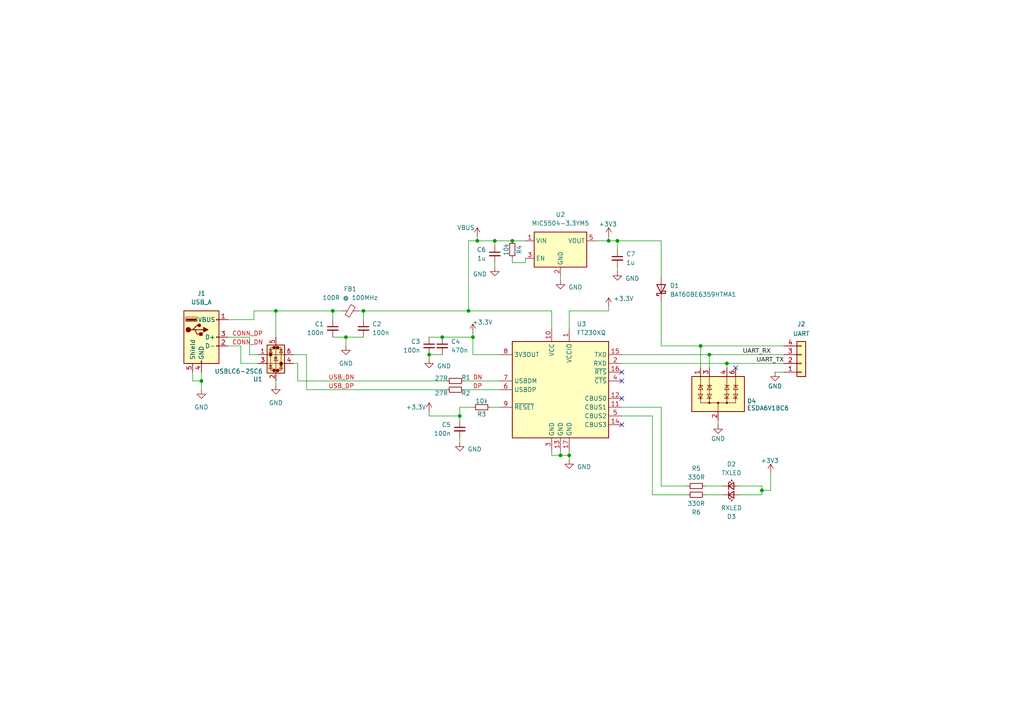
<source format=kicad_sch>
(kicad_sch
	(version 20231120)
	(generator "eeschema")
	(generator_version "8.0")
	(uuid "70dc05ef-f52c-4fa9-9d08-5f6551f9e4e5")
	(paper "A4")
	(lib_symbols
		(symbol "Connector:USB_A"
			(pin_names
				(offset 1.016)
			)
			(exclude_from_sim no)
			(in_bom yes)
			(on_board yes)
			(property "Reference" "J"
				(at -5.08 11.43 0)
				(effects
					(font
						(size 1.27 1.27)
					)
					(justify left)
				)
			)
			(property "Value" "USB_A"
				(at -5.08 8.89 0)
				(effects
					(font
						(size 1.27 1.27)
					)
					(justify left)
				)
			)
			(property "Footprint" ""
				(at 3.81 -1.27 0)
				(effects
					(font
						(size 1.27 1.27)
					)
					(hide yes)
				)
			)
			(property "Datasheet" " ~"
				(at 3.81 -1.27 0)
				(effects
					(font
						(size 1.27 1.27)
					)
					(hide yes)
				)
			)
			(property "Description" "USB Type A connector"
				(at 0 0 0)
				(effects
					(font
						(size 1.27 1.27)
					)
					(hide yes)
				)
			)
			(property "ki_keywords" "connector USB"
				(at 0 0 0)
				(effects
					(font
						(size 1.27 1.27)
					)
					(hide yes)
				)
			)
			(property "ki_fp_filters" "USB*"
				(at 0 0 0)
				(effects
					(font
						(size 1.27 1.27)
					)
					(hide yes)
				)
			)
			(symbol "USB_A_0_1"
				(rectangle
					(start -5.08 -7.62)
					(end 5.08 7.62)
					(stroke
						(width 0.254)
						(type default)
					)
					(fill
						(type background)
					)
				)
				(circle
					(center -3.81 2.159)
					(radius 0.635)
					(stroke
						(width 0.254)
						(type default)
					)
					(fill
						(type outline)
					)
				)
				(rectangle
					(start -1.524 4.826)
					(end -4.318 5.334)
					(stroke
						(width 0)
						(type default)
					)
					(fill
						(type outline)
					)
				)
				(rectangle
					(start -1.27 4.572)
					(end -4.572 5.842)
					(stroke
						(width 0)
						(type default)
					)
					(fill
						(type none)
					)
				)
				(circle
					(center -0.635 3.429)
					(radius 0.381)
					(stroke
						(width 0.254)
						(type default)
					)
					(fill
						(type outline)
					)
				)
				(rectangle
					(start -0.127 -7.62)
					(end 0.127 -6.858)
					(stroke
						(width 0)
						(type default)
					)
					(fill
						(type none)
					)
				)
				(polyline
					(pts
						(xy -3.175 2.159) (xy -2.54 2.159) (xy -1.27 3.429) (xy -0.635 3.429)
					)
					(stroke
						(width 0.254)
						(type default)
					)
					(fill
						(type none)
					)
				)
				(polyline
					(pts
						(xy -2.54 2.159) (xy -1.905 2.159) (xy -1.27 0.889) (xy 0 0.889)
					)
					(stroke
						(width 0.254)
						(type default)
					)
					(fill
						(type none)
					)
				)
				(polyline
					(pts
						(xy 0.635 2.794) (xy 0.635 1.524) (xy 1.905 2.159) (xy 0.635 2.794)
					)
					(stroke
						(width 0.254)
						(type default)
					)
					(fill
						(type outline)
					)
				)
				(rectangle
					(start 0.254 1.27)
					(end -0.508 0.508)
					(stroke
						(width 0.254)
						(type default)
					)
					(fill
						(type outline)
					)
				)
				(rectangle
					(start 5.08 -2.667)
					(end 4.318 -2.413)
					(stroke
						(width 0)
						(type default)
					)
					(fill
						(type none)
					)
				)
				(rectangle
					(start 5.08 -0.127)
					(end 4.318 0.127)
					(stroke
						(width 0)
						(type default)
					)
					(fill
						(type none)
					)
				)
				(rectangle
					(start 5.08 4.953)
					(end 4.318 5.207)
					(stroke
						(width 0)
						(type default)
					)
					(fill
						(type none)
					)
				)
			)
			(symbol "USB_A_1_1"
				(polyline
					(pts
						(xy -1.905 2.159) (xy 0.635 2.159)
					)
					(stroke
						(width 0.254)
						(type default)
					)
					(fill
						(type none)
					)
				)
				(pin power_in line
					(at 7.62 5.08 180)
					(length 2.54)
					(name "VBUS"
						(effects
							(font
								(size 1.27 1.27)
							)
						)
					)
					(number "1"
						(effects
							(font
								(size 1.27 1.27)
							)
						)
					)
				)
				(pin bidirectional line
					(at 7.62 -2.54 180)
					(length 2.54)
					(name "D-"
						(effects
							(font
								(size 1.27 1.27)
							)
						)
					)
					(number "2"
						(effects
							(font
								(size 1.27 1.27)
							)
						)
					)
				)
				(pin bidirectional line
					(at 7.62 0 180)
					(length 2.54)
					(name "D+"
						(effects
							(font
								(size 1.27 1.27)
							)
						)
					)
					(number "3"
						(effects
							(font
								(size 1.27 1.27)
							)
						)
					)
				)
				(pin power_in line
					(at 0 -10.16 90)
					(length 2.54)
					(name "GND"
						(effects
							(font
								(size 1.27 1.27)
							)
						)
					)
					(number "4"
						(effects
							(font
								(size 1.27 1.27)
							)
						)
					)
				)
				(pin passive line
					(at -2.54 -10.16 90)
					(length 2.54)
					(name "Shield"
						(effects
							(font
								(size 1.27 1.27)
							)
						)
					)
					(number "5"
						(effects
							(font
								(size 1.27 1.27)
							)
						)
					)
				)
			)
		)
		(symbol "Connector_Generic:Conn_01x04"
			(pin_names
				(offset 1.016) hide)
			(exclude_from_sim no)
			(in_bom yes)
			(on_board yes)
			(property "Reference" "J"
				(at 0 5.08 0)
				(effects
					(font
						(size 1.27 1.27)
					)
				)
			)
			(property "Value" "Conn_01x04"
				(at 0 -7.62 0)
				(effects
					(font
						(size 1.27 1.27)
					)
				)
			)
			(property "Footprint" ""
				(at 0 0 0)
				(effects
					(font
						(size 1.27 1.27)
					)
					(hide yes)
				)
			)
			(property "Datasheet" "~"
				(at 0 0 0)
				(effects
					(font
						(size 1.27 1.27)
					)
					(hide yes)
				)
			)
			(property "Description" "Generic connector, single row, 01x04, script generated (kicad-library-utils/schlib/autogen/connector/)"
				(at 0 0 0)
				(effects
					(font
						(size 1.27 1.27)
					)
					(hide yes)
				)
			)
			(property "ki_keywords" "connector"
				(at 0 0 0)
				(effects
					(font
						(size 1.27 1.27)
					)
					(hide yes)
				)
			)
			(property "ki_fp_filters" "Connector*:*_1x??_*"
				(at 0 0 0)
				(effects
					(font
						(size 1.27 1.27)
					)
					(hide yes)
				)
			)
			(symbol "Conn_01x04_1_1"
				(rectangle
					(start -1.27 -4.953)
					(end 0 -5.207)
					(stroke
						(width 0.1524)
						(type default)
					)
					(fill
						(type none)
					)
				)
				(rectangle
					(start -1.27 -2.413)
					(end 0 -2.667)
					(stroke
						(width 0.1524)
						(type default)
					)
					(fill
						(type none)
					)
				)
				(rectangle
					(start -1.27 0.127)
					(end 0 -0.127)
					(stroke
						(width 0.1524)
						(type default)
					)
					(fill
						(type none)
					)
				)
				(rectangle
					(start -1.27 2.667)
					(end 0 2.413)
					(stroke
						(width 0.1524)
						(type default)
					)
					(fill
						(type none)
					)
				)
				(rectangle
					(start -1.27 3.81)
					(end 1.27 -6.35)
					(stroke
						(width 0.254)
						(type default)
					)
					(fill
						(type background)
					)
				)
				(pin passive line
					(at -5.08 2.54 0)
					(length 3.81)
					(name "Pin_1"
						(effects
							(font
								(size 1.27 1.27)
							)
						)
					)
					(number "1"
						(effects
							(font
								(size 1.27 1.27)
							)
						)
					)
				)
				(pin passive line
					(at -5.08 0 0)
					(length 3.81)
					(name "Pin_2"
						(effects
							(font
								(size 1.27 1.27)
							)
						)
					)
					(number "2"
						(effects
							(font
								(size 1.27 1.27)
							)
						)
					)
				)
				(pin passive line
					(at -5.08 -2.54 0)
					(length 3.81)
					(name "Pin_3"
						(effects
							(font
								(size 1.27 1.27)
							)
						)
					)
					(number "3"
						(effects
							(font
								(size 1.27 1.27)
							)
						)
					)
				)
				(pin passive line
					(at -5.08 -5.08 0)
					(length 3.81)
					(name "Pin_4"
						(effects
							(font
								(size 1.27 1.27)
							)
						)
					)
					(number "4"
						(effects
							(font
								(size 1.27 1.27)
							)
						)
					)
				)
			)
		)
		(symbol "Device:C_Small"
			(pin_numbers hide)
			(pin_names
				(offset 0.254) hide)
			(exclude_from_sim no)
			(in_bom yes)
			(on_board yes)
			(property "Reference" "C"
				(at 0.254 1.778 0)
				(effects
					(font
						(size 1.27 1.27)
					)
					(justify left)
				)
			)
			(property "Value" "C_Small"
				(at 0.254 -2.032 0)
				(effects
					(font
						(size 1.27 1.27)
					)
					(justify left)
				)
			)
			(property "Footprint" ""
				(at 0 0 0)
				(effects
					(font
						(size 1.27 1.27)
					)
					(hide yes)
				)
			)
			(property "Datasheet" "~"
				(at 0 0 0)
				(effects
					(font
						(size 1.27 1.27)
					)
					(hide yes)
				)
			)
			(property "Description" "Unpolarized capacitor, small symbol"
				(at 0 0 0)
				(effects
					(font
						(size 1.27 1.27)
					)
					(hide yes)
				)
			)
			(property "ki_keywords" "capacitor cap"
				(at 0 0 0)
				(effects
					(font
						(size 1.27 1.27)
					)
					(hide yes)
				)
			)
			(property "ki_fp_filters" "C_*"
				(at 0 0 0)
				(effects
					(font
						(size 1.27 1.27)
					)
					(hide yes)
				)
			)
			(symbol "C_Small_0_1"
				(polyline
					(pts
						(xy -1.524 -0.508) (xy 1.524 -0.508)
					)
					(stroke
						(width 0.3302)
						(type default)
					)
					(fill
						(type none)
					)
				)
				(polyline
					(pts
						(xy -1.524 0.508) (xy 1.524 0.508)
					)
					(stroke
						(width 0.3048)
						(type default)
					)
					(fill
						(type none)
					)
				)
			)
			(symbol "C_Small_1_1"
				(pin passive line
					(at 0 2.54 270)
					(length 2.032)
					(name "~"
						(effects
							(font
								(size 1.27 1.27)
							)
						)
					)
					(number "1"
						(effects
							(font
								(size 1.27 1.27)
							)
						)
					)
				)
				(pin passive line
					(at 0 -2.54 90)
					(length 2.032)
					(name "~"
						(effects
							(font
								(size 1.27 1.27)
							)
						)
					)
					(number "2"
						(effects
							(font
								(size 1.27 1.27)
							)
						)
					)
				)
			)
		)
		(symbol "Device:D_Schottky"
			(pin_numbers hide)
			(pin_names
				(offset 1.016) hide)
			(exclude_from_sim no)
			(in_bom yes)
			(on_board yes)
			(property "Reference" "D"
				(at 0 2.54 0)
				(effects
					(font
						(size 1.27 1.27)
					)
				)
			)
			(property "Value" "D_Schottky"
				(at 0 -2.54 0)
				(effects
					(font
						(size 1.27 1.27)
					)
				)
			)
			(property "Footprint" ""
				(at 0 0 0)
				(effects
					(font
						(size 1.27 1.27)
					)
					(hide yes)
				)
			)
			(property "Datasheet" "~"
				(at 0 0 0)
				(effects
					(font
						(size 1.27 1.27)
					)
					(hide yes)
				)
			)
			(property "Description" "Schottky diode"
				(at 0 0 0)
				(effects
					(font
						(size 1.27 1.27)
					)
					(hide yes)
				)
			)
			(property "ki_keywords" "diode Schottky"
				(at 0 0 0)
				(effects
					(font
						(size 1.27 1.27)
					)
					(hide yes)
				)
			)
			(property "ki_fp_filters" "TO-???* *_Diode_* *SingleDiode* D_*"
				(at 0 0 0)
				(effects
					(font
						(size 1.27 1.27)
					)
					(hide yes)
				)
			)
			(symbol "D_Schottky_0_1"
				(polyline
					(pts
						(xy 1.27 0) (xy -1.27 0)
					)
					(stroke
						(width 0)
						(type default)
					)
					(fill
						(type none)
					)
				)
				(polyline
					(pts
						(xy 1.27 1.27) (xy 1.27 -1.27) (xy -1.27 0) (xy 1.27 1.27)
					)
					(stroke
						(width 0.254)
						(type default)
					)
					(fill
						(type none)
					)
				)
				(polyline
					(pts
						(xy -1.905 0.635) (xy -1.905 1.27) (xy -1.27 1.27) (xy -1.27 -1.27) (xy -0.635 -1.27) (xy -0.635 -0.635)
					)
					(stroke
						(width 0.254)
						(type default)
					)
					(fill
						(type none)
					)
				)
			)
			(symbol "D_Schottky_1_1"
				(pin passive line
					(at -3.81 0 0)
					(length 2.54)
					(name "K"
						(effects
							(font
								(size 1.27 1.27)
							)
						)
					)
					(number "1"
						(effects
							(font
								(size 1.27 1.27)
							)
						)
					)
				)
				(pin passive line
					(at 3.81 0 180)
					(length 2.54)
					(name "A"
						(effects
							(font
								(size 1.27 1.27)
							)
						)
					)
					(number "2"
						(effects
							(font
								(size 1.27 1.27)
							)
						)
					)
				)
			)
		)
		(symbol "Device:FerriteBead_Small"
			(pin_numbers hide)
			(pin_names
				(offset 0)
			)
			(exclude_from_sim no)
			(in_bom yes)
			(on_board yes)
			(property "Reference" "FB"
				(at 1.905 1.27 0)
				(effects
					(font
						(size 1.27 1.27)
					)
					(justify left)
				)
			)
			(property "Value" "FerriteBead_Small"
				(at 1.905 -1.27 0)
				(effects
					(font
						(size 1.27 1.27)
					)
					(justify left)
				)
			)
			(property "Footprint" ""
				(at -1.778 0 90)
				(effects
					(font
						(size 1.27 1.27)
					)
					(hide yes)
				)
			)
			(property "Datasheet" "~"
				(at 0 0 0)
				(effects
					(font
						(size 1.27 1.27)
					)
					(hide yes)
				)
			)
			(property "Description" "Ferrite bead, small symbol"
				(at 0 0 0)
				(effects
					(font
						(size 1.27 1.27)
					)
					(hide yes)
				)
			)
			(property "ki_keywords" "L ferrite bead inductor filter"
				(at 0 0 0)
				(effects
					(font
						(size 1.27 1.27)
					)
					(hide yes)
				)
			)
			(property "ki_fp_filters" "Inductor_* L_* *Ferrite*"
				(at 0 0 0)
				(effects
					(font
						(size 1.27 1.27)
					)
					(hide yes)
				)
			)
			(symbol "FerriteBead_Small_0_1"
				(polyline
					(pts
						(xy 0 -1.27) (xy 0 -0.7874)
					)
					(stroke
						(width 0)
						(type default)
					)
					(fill
						(type none)
					)
				)
				(polyline
					(pts
						(xy 0 0.889) (xy 0 1.2954)
					)
					(stroke
						(width 0)
						(type default)
					)
					(fill
						(type none)
					)
				)
				(polyline
					(pts
						(xy -1.8288 0.2794) (xy -1.1176 1.4986) (xy 1.8288 -0.2032) (xy 1.1176 -1.4224) (xy -1.8288 0.2794)
					)
					(stroke
						(width 0)
						(type default)
					)
					(fill
						(type none)
					)
				)
			)
			(symbol "FerriteBead_Small_1_1"
				(pin passive line
					(at 0 2.54 270)
					(length 1.27)
					(name "~"
						(effects
							(font
								(size 1.27 1.27)
							)
						)
					)
					(number "1"
						(effects
							(font
								(size 1.27 1.27)
							)
						)
					)
				)
				(pin passive line
					(at 0 -2.54 90)
					(length 1.27)
					(name "~"
						(effects
							(font
								(size 1.27 1.27)
							)
						)
					)
					(number "2"
						(effects
							(font
								(size 1.27 1.27)
							)
						)
					)
				)
			)
		)
		(symbol "Device:LED_Small"
			(pin_numbers hide)
			(pin_names
				(offset 0.254) hide)
			(exclude_from_sim no)
			(in_bom yes)
			(on_board yes)
			(property "Reference" "D"
				(at -1.27 3.175 0)
				(effects
					(font
						(size 1.27 1.27)
					)
					(justify left)
				)
			)
			(property "Value" "LED_Small"
				(at -4.445 -2.54 0)
				(effects
					(font
						(size 1.27 1.27)
					)
					(justify left)
				)
			)
			(property "Footprint" ""
				(at 0 0 90)
				(effects
					(font
						(size 1.27 1.27)
					)
					(hide yes)
				)
			)
			(property "Datasheet" "~"
				(at 0 0 90)
				(effects
					(font
						(size 1.27 1.27)
					)
					(hide yes)
				)
			)
			(property "Description" "Light emitting diode, small symbol"
				(at 0 0 0)
				(effects
					(font
						(size 1.27 1.27)
					)
					(hide yes)
				)
			)
			(property "ki_keywords" "LED diode light-emitting-diode"
				(at 0 0 0)
				(effects
					(font
						(size 1.27 1.27)
					)
					(hide yes)
				)
			)
			(property "ki_fp_filters" "LED* LED_SMD:* LED_THT:*"
				(at 0 0 0)
				(effects
					(font
						(size 1.27 1.27)
					)
					(hide yes)
				)
			)
			(symbol "LED_Small_0_1"
				(polyline
					(pts
						(xy -0.762 -1.016) (xy -0.762 1.016)
					)
					(stroke
						(width 0.254)
						(type default)
					)
					(fill
						(type none)
					)
				)
				(polyline
					(pts
						(xy 1.016 0) (xy -0.762 0)
					)
					(stroke
						(width 0)
						(type default)
					)
					(fill
						(type none)
					)
				)
				(polyline
					(pts
						(xy 0.762 -1.016) (xy -0.762 0) (xy 0.762 1.016) (xy 0.762 -1.016)
					)
					(stroke
						(width 0.254)
						(type default)
					)
					(fill
						(type none)
					)
				)
				(polyline
					(pts
						(xy 0 0.762) (xy -0.508 1.27) (xy -0.254 1.27) (xy -0.508 1.27) (xy -0.508 1.016)
					)
					(stroke
						(width 0)
						(type default)
					)
					(fill
						(type none)
					)
				)
				(polyline
					(pts
						(xy 0.508 1.27) (xy 0 1.778) (xy 0.254 1.778) (xy 0 1.778) (xy 0 1.524)
					)
					(stroke
						(width 0)
						(type default)
					)
					(fill
						(type none)
					)
				)
			)
			(symbol "LED_Small_1_1"
				(pin passive line
					(at -2.54 0 0)
					(length 1.778)
					(name "K"
						(effects
							(font
								(size 1.27 1.27)
							)
						)
					)
					(number "1"
						(effects
							(font
								(size 1.27 1.27)
							)
						)
					)
				)
				(pin passive line
					(at 2.54 0 180)
					(length 1.778)
					(name "A"
						(effects
							(font
								(size 1.27 1.27)
							)
						)
					)
					(number "2"
						(effects
							(font
								(size 1.27 1.27)
							)
						)
					)
				)
			)
		)
		(symbol "Device:R_Small"
			(pin_numbers hide)
			(pin_names
				(offset 0.254) hide)
			(exclude_from_sim no)
			(in_bom yes)
			(on_board yes)
			(property "Reference" "R"
				(at 0.762 0.508 0)
				(effects
					(font
						(size 1.27 1.27)
					)
					(justify left)
				)
			)
			(property "Value" "R_Small"
				(at 0.762 -1.016 0)
				(effects
					(font
						(size 1.27 1.27)
					)
					(justify left)
				)
			)
			(property "Footprint" ""
				(at 0 0 0)
				(effects
					(font
						(size 1.27 1.27)
					)
					(hide yes)
				)
			)
			(property "Datasheet" "~"
				(at 0 0 0)
				(effects
					(font
						(size 1.27 1.27)
					)
					(hide yes)
				)
			)
			(property "Description" "Resistor, small symbol"
				(at 0 0 0)
				(effects
					(font
						(size 1.27 1.27)
					)
					(hide yes)
				)
			)
			(property "ki_keywords" "R resistor"
				(at 0 0 0)
				(effects
					(font
						(size 1.27 1.27)
					)
					(hide yes)
				)
			)
			(property "ki_fp_filters" "R_*"
				(at 0 0 0)
				(effects
					(font
						(size 1.27 1.27)
					)
					(hide yes)
				)
			)
			(symbol "R_Small_0_1"
				(rectangle
					(start -0.762 1.778)
					(end 0.762 -1.778)
					(stroke
						(width 0.2032)
						(type default)
					)
					(fill
						(type none)
					)
				)
			)
			(symbol "R_Small_1_1"
				(pin passive line
					(at 0 2.54 270)
					(length 0.762)
					(name "~"
						(effects
							(font
								(size 1.27 1.27)
							)
						)
					)
					(number "1"
						(effects
							(font
								(size 1.27 1.27)
							)
						)
					)
				)
				(pin passive line
					(at 0 -2.54 90)
					(length 0.762)
					(name "~"
						(effects
							(font
								(size 1.27 1.27)
							)
						)
					)
					(number "2"
						(effects
							(font
								(size 1.27 1.27)
							)
						)
					)
				)
			)
		)
		(symbol "Interface_USB:FT230XQ"
			(exclude_from_sim no)
			(in_bom yes)
			(on_board yes)
			(property "Reference" "U"
				(at -13.97 15.24 0)
				(effects
					(font
						(size 1.27 1.27)
					)
					(justify left)
				)
			)
			(property "Value" "FT230XQ"
				(at 7.62 15.24 0)
				(effects
					(font
						(size 1.27 1.27)
					)
					(justify left)
				)
			)
			(property "Footprint" "Package_DFN_QFN:QFN-16-1EP_4x4mm_P0.65mm_EP2.1x2.1mm"
				(at 34.29 -15.24 0)
				(effects
					(font
						(size 1.27 1.27)
					)
					(hide yes)
				)
			)
			(property "Datasheet" "https://www.ftdichip.com/Support/Documents/DataSheets/ICs/DS_FT230X.pdf"
				(at 0 0 0)
				(effects
					(font
						(size 1.27 1.27)
					)
					(hide yes)
				)
			)
			(property "Description" "Full Speed USB to Basic UART, QFN-16"
				(at 0 0 0)
				(effects
					(font
						(size 1.27 1.27)
					)
					(hide yes)
				)
			)
			(property "ki_keywords" "FTDI USB UART interface converter"
				(at 0 0 0)
				(effects
					(font
						(size 1.27 1.27)
					)
					(hide yes)
				)
			)
			(property "ki_fp_filters" "QFN*1EP*4x4mm*P0.65mm*"
				(at 0 0 0)
				(effects
					(font
						(size 1.27 1.27)
					)
					(hide yes)
				)
			)
			(symbol "FT230XQ_0_1"
				(rectangle
					(start -13.97 13.97)
					(end 13.97 -13.97)
					(stroke
						(width 0.254)
						(type default)
					)
					(fill
						(type background)
					)
				)
			)
			(symbol "FT230XQ_1_1"
				(pin power_in line
					(at 2.54 17.78 270)
					(length 3.81)
					(name "VCCIO"
						(effects
							(font
								(size 1.27 1.27)
							)
						)
					)
					(number "1"
						(effects
							(font
								(size 1.27 1.27)
							)
						)
					)
				)
				(pin power_in line
					(at -2.54 17.78 270)
					(length 3.81)
					(name "VCC"
						(effects
							(font
								(size 1.27 1.27)
							)
						)
					)
					(number "10"
						(effects
							(font
								(size 1.27 1.27)
							)
						)
					)
				)
				(pin bidirectional line
					(at 17.78 -5.08 180)
					(length 3.81)
					(name "CBUS1"
						(effects
							(font
								(size 1.27 1.27)
							)
						)
					)
					(number "11"
						(effects
							(font
								(size 1.27 1.27)
							)
						)
					)
				)
				(pin bidirectional line
					(at 17.78 -2.54 180)
					(length 3.81)
					(name "CBUS0"
						(effects
							(font
								(size 1.27 1.27)
							)
						)
					)
					(number "12"
						(effects
							(font
								(size 1.27 1.27)
							)
						)
					)
				)
				(pin power_in line
					(at 0 -17.78 90)
					(length 3.81)
					(name "GND"
						(effects
							(font
								(size 1.27 1.27)
							)
						)
					)
					(number "13"
						(effects
							(font
								(size 1.27 1.27)
							)
						)
					)
				)
				(pin bidirectional line
					(at 17.78 -10.16 180)
					(length 3.81)
					(name "CBUS3"
						(effects
							(font
								(size 1.27 1.27)
							)
						)
					)
					(number "14"
						(effects
							(font
								(size 1.27 1.27)
							)
						)
					)
				)
				(pin output line
					(at 17.78 10.16 180)
					(length 3.81)
					(name "TXD"
						(effects
							(font
								(size 1.27 1.27)
							)
						)
					)
					(number "15"
						(effects
							(font
								(size 1.27 1.27)
							)
						)
					)
				)
				(pin output line
					(at 17.78 5.08 180)
					(length 3.81)
					(name "~{RTS}"
						(effects
							(font
								(size 1.27 1.27)
							)
						)
					)
					(number "16"
						(effects
							(font
								(size 1.27 1.27)
							)
						)
					)
				)
				(pin power_in line
					(at 2.54 -17.78 90)
					(length 3.81)
					(name "GND"
						(effects
							(font
								(size 1.27 1.27)
							)
						)
					)
					(number "17"
						(effects
							(font
								(size 1.27 1.27)
							)
						)
					)
				)
				(pin input line
					(at 17.78 7.62 180)
					(length 3.81)
					(name "RXD"
						(effects
							(font
								(size 1.27 1.27)
							)
						)
					)
					(number "2"
						(effects
							(font
								(size 1.27 1.27)
							)
						)
					)
				)
				(pin power_in line
					(at -2.54 -17.78 90)
					(length 3.81)
					(name "GND"
						(effects
							(font
								(size 1.27 1.27)
							)
						)
					)
					(number "3"
						(effects
							(font
								(size 1.27 1.27)
							)
						)
					)
				)
				(pin input line
					(at 17.78 2.54 180)
					(length 3.81)
					(name "~{CTS}"
						(effects
							(font
								(size 1.27 1.27)
							)
						)
					)
					(number "4"
						(effects
							(font
								(size 1.27 1.27)
							)
						)
					)
				)
				(pin bidirectional line
					(at 17.78 -7.62 180)
					(length 3.81)
					(name "CBUS2"
						(effects
							(font
								(size 1.27 1.27)
							)
						)
					)
					(number "5"
						(effects
							(font
								(size 1.27 1.27)
							)
						)
					)
				)
				(pin bidirectional line
					(at -17.78 0 0)
					(length 3.81)
					(name "USBDP"
						(effects
							(font
								(size 1.27 1.27)
							)
						)
					)
					(number "6"
						(effects
							(font
								(size 1.27 1.27)
							)
						)
					)
				)
				(pin bidirectional line
					(at -17.78 2.54 0)
					(length 3.81)
					(name "USBDM"
						(effects
							(font
								(size 1.27 1.27)
							)
						)
					)
					(number "7"
						(effects
							(font
								(size 1.27 1.27)
							)
						)
					)
				)
				(pin power_out line
					(at -17.78 10.16 0)
					(length 3.81)
					(name "3V3OUT"
						(effects
							(font
								(size 1.27 1.27)
							)
						)
					)
					(number "8"
						(effects
							(font
								(size 1.27 1.27)
							)
						)
					)
				)
				(pin input line
					(at -17.78 -5.08 0)
					(length 3.81)
					(name "~{RESET}"
						(effects
							(font
								(size 1.27 1.27)
							)
						)
					)
					(number "9"
						(effects
							(font
								(size 1.27 1.27)
							)
						)
					)
				)
			)
		)
		(symbol "Power_Protection:ESDA6V1BC6"
			(pin_names hide)
			(exclude_from_sim no)
			(in_bom yes)
			(on_board yes)
			(property "Reference" "D"
				(at -2.54 -6.35 0)
				(effects
					(font
						(size 1.27 1.27)
					)
					(justify right)
				)
			)
			(property "Value" "ESDA6V1BC6"
				(at 1.27 -6.35 0)
				(effects
					(font
						(size 1.27 1.27)
					)
					(justify left)
				)
			)
			(property "Footprint" "Package_TO_SOT_SMD:SOT-23-6"
				(at 0 -8.89 0)
				(effects
					(font
						(size 1.27 1.27)
					)
					(hide yes)
				)
			)
			(property "Datasheet" "http://www.st.com/content/ccc/resource/technical/document/datasheet/21/07/21/e3/a8/df/42/a2/CD00001906.pdf/files/CD00001906.pdf/jcr:content/translations/en.CD00001906.pdf"
				(at 0 0 90)
				(effects
					(font
						(size 1.27 1.27)
					)
					(hide yes)
				)
			)
			(property "Description" "Quad bidirectional transil, Suppressor for ESD protection, 5V Standoff, 4 Channels, SOT-23-6"
				(at 0 0 0)
				(effects
					(font
						(size 1.27 1.27)
					)
					(hide yes)
				)
			)
			(property "ki_keywords" "ESD protection suppression transient"
				(at 0 0 0)
				(effects
					(font
						(size 1.27 1.27)
					)
					(hide yes)
				)
			)
			(property "ki_fp_filters" "SOT?23*"
				(at 0 0 0)
				(effects
					(font
						(size 1.27 1.27)
					)
					(hide yes)
				)
			)
			(symbol "ESDA6V1BC6_0_0"
				(pin passive line
					(at 0 -7.62 90)
					(length 2.54)
					(name "COM"
						(effects
							(font
								(size 1.27 1.27)
							)
						)
					)
					(number "2"
						(effects
							(font
								(size 1.27 1.27)
							)
						)
					)
				)
			)
			(symbol "ESDA6V1BC6_0_1"
				(rectangle
					(start -7.62 5.08)
					(end 7.62 -5.08)
					(stroke
						(width 0.254)
						(type default)
					)
					(fill
						(type background)
					)
				)
				(circle
					(center -2.54 -2.54)
					(radius 0.254)
					(stroke
						(width 0)
						(type default)
					)
					(fill
						(type outline)
					)
				)
				(circle
					(center 0 -2.54)
					(radius 0.254)
					(stroke
						(width 0)
						(type default)
					)
					(fill
						(type outline)
					)
				)
				(polyline
					(pts
						(xy -5.08 -2.54) (xy -5.08 -1.27)
					)
					(stroke
						(width 0)
						(type default)
					)
					(fill
						(type none)
					)
				)
				(polyline
					(pts
						(xy -5.08 -2.54) (xy 5.08 -2.54)
					)
					(stroke
						(width 0)
						(type default)
					)
					(fill
						(type none)
					)
				)
				(polyline
					(pts
						(xy -5.08 2.54) (xy -5.08 -1.27)
					)
					(stroke
						(width 0)
						(type default)
					)
					(fill
						(type none)
					)
				)
				(polyline
					(pts
						(xy -5.08 5.08) (xy -5.08 2.54)
					)
					(stroke
						(width 0)
						(type default)
					)
					(fill
						(type none)
					)
				)
				(polyline
					(pts
						(xy -2.54 -2.54) (xy -2.54 -1.27)
					)
					(stroke
						(width 0)
						(type default)
					)
					(fill
						(type none)
					)
				)
				(polyline
					(pts
						(xy -2.54 2.54) (xy -2.54 -1.27)
					)
					(stroke
						(width 0)
						(type default)
					)
					(fill
						(type none)
					)
				)
				(polyline
					(pts
						(xy -2.54 5.08) (xy -2.54 2.54)
					)
					(stroke
						(width 0)
						(type default)
					)
					(fill
						(type none)
					)
				)
				(polyline
					(pts
						(xy 0 -2.54) (xy 0 -5.08)
					)
					(stroke
						(width 0)
						(type default)
					)
					(fill
						(type none)
					)
				)
				(polyline
					(pts
						(xy 2.54 -2.54) (xy 2.54 -1.27)
					)
					(stroke
						(width 0)
						(type default)
					)
					(fill
						(type none)
					)
				)
				(polyline
					(pts
						(xy 2.54 2.54) (xy 2.54 -1.27)
					)
					(stroke
						(width 0)
						(type default)
					)
					(fill
						(type none)
					)
				)
				(polyline
					(pts
						(xy 2.54 5.08) (xy 2.54 2.54)
					)
					(stroke
						(width 0)
						(type default)
					)
					(fill
						(type none)
					)
				)
				(polyline
					(pts
						(xy 5.08 -2.54) (xy 5.08 -1.27)
					)
					(stroke
						(width 0)
						(type default)
					)
					(fill
						(type none)
					)
				)
				(polyline
					(pts
						(xy 5.08 2.54) (xy 5.08 -1.27)
					)
					(stroke
						(width 0)
						(type default)
					)
					(fill
						(type none)
					)
				)
				(polyline
					(pts
						(xy 5.08 5.08) (xy 5.08 2.54)
					)
					(stroke
						(width 0)
						(type default)
					)
					(fill
						(type none)
					)
				)
				(polyline
					(pts
						(xy -5.715 -1.016) (xy -5.715 -1.27) (xy -4.445 -1.27)
					)
					(stroke
						(width 0)
						(type default)
					)
					(fill
						(type none)
					)
				)
				(polyline
					(pts
						(xy -5.715 2.54) (xy -4.445 2.54) (xy -4.445 2.286)
					)
					(stroke
						(width 0)
						(type default)
					)
					(fill
						(type none)
					)
				)
				(polyline
					(pts
						(xy -3.175 -1.016) (xy -3.175 -1.27) (xy -1.905 -1.27)
					)
					(stroke
						(width 0)
						(type default)
					)
					(fill
						(type none)
					)
				)
				(polyline
					(pts
						(xy -3.175 2.54) (xy -1.905 2.54) (xy -1.905 2.286)
					)
					(stroke
						(width 0)
						(type default)
					)
					(fill
						(type none)
					)
				)
				(polyline
					(pts
						(xy 1.905 -1.016) (xy 1.905 -1.27) (xy 3.175 -1.27)
					)
					(stroke
						(width 0)
						(type default)
					)
					(fill
						(type none)
					)
				)
				(polyline
					(pts
						(xy 1.905 2.54) (xy 3.175 2.54) (xy 3.175 2.286)
					)
					(stroke
						(width 0)
						(type default)
					)
					(fill
						(type none)
					)
				)
				(polyline
					(pts
						(xy 4.445 -1.016) (xy 4.445 -1.27) (xy 5.715 -1.27)
					)
					(stroke
						(width 0)
						(type default)
					)
					(fill
						(type none)
					)
				)
				(polyline
					(pts
						(xy 4.445 2.54) (xy 5.715 2.54) (xy 5.715 2.286)
					)
					(stroke
						(width 0)
						(type default)
					)
					(fill
						(type none)
					)
				)
				(polyline
					(pts
						(xy -5.08 -1.27) (xy -5.715 0) (xy -4.445 0) (xy -5.08 -1.27)
					)
					(stroke
						(width 0)
						(type default)
					)
					(fill
						(type none)
					)
				)
				(polyline
					(pts
						(xy -5.08 2.54) (xy -4.445 1.27) (xy -5.715 1.27) (xy -5.08 2.54)
					)
					(stroke
						(width 0)
						(type default)
					)
					(fill
						(type none)
					)
				)
				(polyline
					(pts
						(xy -2.54 -1.27) (xy -3.175 0) (xy -1.905 0) (xy -2.54 -1.27)
					)
					(stroke
						(width 0)
						(type default)
					)
					(fill
						(type none)
					)
				)
				(polyline
					(pts
						(xy -2.54 2.54) (xy -1.905 1.27) (xy -3.175 1.27) (xy -2.54 2.54)
					)
					(stroke
						(width 0)
						(type default)
					)
					(fill
						(type none)
					)
				)
				(polyline
					(pts
						(xy 2.54 -1.27) (xy 1.905 0) (xy 3.175 0) (xy 2.54 -1.27)
					)
					(stroke
						(width 0)
						(type default)
					)
					(fill
						(type none)
					)
				)
				(polyline
					(pts
						(xy 2.54 2.54) (xy 3.175 1.27) (xy 1.905 1.27) (xy 2.54 2.54)
					)
					(stroke
						(width 0)
						(type default)
					)
					(fill
						(type none)
					)
				)
				(polyline
					(pts
						(xy 5.08 -1.27) (xy 4.445 0) (xy 5.715 0) (xy 5.08 -1.27)
					)
					(stroke
						(width 0)
						(type default)
					)
					(fill
						(type none)
					)
				)
				(polyline
					(pts
						(xy 5.08 2.54) (xy 5.715 1.27) (xy 4.445 1.27) (xy 5.08 2.54)
					)
					(stroke
						(width 0)
						(type default)
					)
					(fill
						(type none)
					)
				)
				(circle
					(center 2.54 -2.54)
					(radius 0.254)
					(stroke
						(width 0)
						(type default)
					)
					(fill
						(type outline)
					)
				)
			)
			(symbol "ESDA6V1BC6_1_1"
				(pin passive line
					(at -5.08 7.62 270)
					(length 2.54)
					(name "TVS1"
						(effects
							(font
								(size 1.27 1.27)
							)
						)
					)
					(number "1"
						(effects
							(font
								(size 1.27 1.27)
							)
						)
					)
				)
				(pin passive line
					(at -2.54 7.62 270)
					(length 2.54)
					(name "TVS2"
						(effects
							(font
								(size 1.27 1.27)
							)
						)
					)
					(number "3"
						(effects
							(font
								(size 1.27 1.27)
							)
						)
					)
				)
				(pin passive line
					(at 2.54 7.62 270)
					(length 2.54)
					(name "TVS3"
						(effects
							(font
								(size 1.27 1.27)
							)
						)
					)
					(number "4"
						(effects
							(font
								(size 1.27 1.27)
							)
						)
					)
				)
				(pin passive line
					(at 0 -7.62 90)
					(length 2.54) hide
					(name "COM"
						(effects
							(font
								(size 1.27 1.27)
							)
						)
					)
					(number "5"
						(effects
							(font
								(size 1.27 1.27)
							)
						)
					)
				)
				(pin passive line
					(at 5.08 7.62 270)
					(length 2.54)
					(name "TVS4"
						(effects
							(font
								(size 1.27 1.27)
							)
						)
					)
					(number "6"
						(effects
							(font
								(size 1.27 1.27)
							)
						)
					)
				)
			)
		)
		(symbol "Power_Protection:USBLC6-2SC6"
			(pin_names hide)
			(exclude_from_sim no)
			(in_bom yes)
			(on_board yes)
			(property "Reference" "U"
				(at 0.635 5.715 0)
				(effects
					(font
						(size 1.27 1.27)
					)
					(justify left)
				)
			)
			(property "Value" "USBLC6-2SC6"
				(at 0.635 3.81 0)
				(effects
					(font
						(size 1.27 1.27)
					)
					(justify left)
				)
			)
			(property "Footprint" "Package_TO_SOT_SMD:SOT-23-6"
				(at 1.27 -6.35 0)
				(effects
					(font
						(size 1.27 1.27)
						(italic yes)
					)
					(justify left)
					(hide yes)
				)
			)
			(property "Datasheet" "https://www.st.com/resource/en/datasheet/usblc6-2.pdf"
				(at 1.27 -8.255 0)
				(effects
					(font
						(size 1.27 1.27)
					)
					(justify left)
					(hide yes)
				)
			)
			(property "Description" "Very low capacitance ESD protection diode, 2 data-line, SOT-23-6"
				(at 0 0 0)
				(effects
					(font
						(size 1.27 1.27)
					)
					(hide yes)
				)
			)
			(property "ki_keywords" "usb ethernet video"
				(at 0 0 0)
				(effects
					(font
						(size 1.27 1.27)
					)
					(hide yes)
				)
			)
			(property "ki_fp_filters" "SOT?23*"
				(at 0 0 0)
				(effects
					(font
						(size 1.27 1.27)
					)
					(hide yes)
				)
			)
			(symbol "USBLC6-2SC6_0_0"
				(circle
					(center -1.524 0)
					(radius 0.0001)
					(stroke
						(width 0.508)
						(type default)
					)
					(fill
						(type none)
					)
				)
				(circle
					(center -0.508 -4.572)
					(radius 0.0001)
					(stroke
						(width 0.508)
						(type default)
					)
					(fill
						(type none)
					)
				)
				(circle
					(center -0.508 2.032)
					(radius 0.0001)
					(stroke
						(width 0.508)
						(type default)
					)
					(fill
						(type none)
					)
				)
				(circle
					(center 0.508 -4.572)
					(radius 0.0001)
					(stroke
						(width 0.508)
						(type default)
					)
					(fill
						(type none)
					)
				)
				(circle
					(center 0.508 2.032)
					(radius 0.0001)
					(stroke
						(width 0.508)
						(type default)
					)
					(fill
						(type none)
					)
				)
				(circle
					(center 1.524 -2.54)
					(radius 0.0001)
					(stroke
						(width 0.508)
						(type default)
					)
					(fill
						(type none)
					)
				)
			)
			(symbol "USBLC6-2SC6_0_1"
				(polyline
					(pts
						(xy -2.54 -2.54) (xy 2.54 -2.54)
					)
					(stroke
						(width 0)
						(type default)
					)
					(fill
						(type none)
					)
				)
				(polyline
					(pts
						(xy -2.54 0) (xy 2.54 0)
					)
					(stroke
						(width 0)
						(type default)
					)
					(fill
						(type none)
					)
				)
				(polyline
					(pts
						(xy -2.032 -3.048) (xy -1.016 -3.048)
					)
					(stroke
						(width 0)
						(type default)
					)
					(fill
						(type none)
					)
				)
				(polyline
					(pts
						(xy -1.016 1.524) (xy -2.032 1.524)
					)
					(stroke
						(width 0)
						(type default)
					)
					(fill
						(type none)
					)
				)
				(polyline
					(pts
						(xy 1.016 -3.048) (xy 2.032 -3.048)
					)
					(stroke
						(width 0)
						(type default)
					)
					(fill
						(type none)
					)
				)
				(polyline
					(pts
						(xy 1.016 1.524) (xy 2.032 1.524)
					)
					(stroke
						(width 0)
						(type default)
					)
					(fill
						(type none)
					)
				)
				(polyline
					(pts
						(xy -0.508 -1.143) (xy -0.508 -0.762) (xy 0.508 -0.762)
					)
					(stroke
						(width 0)
						(type default)
					)
					(fill
						(type none)
					)
				)
				(polyline
					(pts
						(xy -2.032 0.508) (xy -1.016 0.508) (xy -1.524 1.524) (xy -2.032 0.508)
					)
					(stroke
						(width 0)
						(type default)
					)
					(fill
						(type none)
					)
				)
				(polyline
					(pts
						(xy -1.016 -4.064) (xy -2.032 -4.064) (xy -1.524 -3.048) (xy -1.016 -4.064)
					)
					(stroke
						(width 0)
						(type default)
					)
					(fill
						(type none)
					)
				)
				(polyline
					(pts
						(xy 0.508 -1.778) (xy -0.508 -1.778) (xy 0 -0.762) (xy 0.508 -1.778)
					)
					(stroke
						(width 0)
						(type default)
					)
					(fill
						(type none)
					)
				)
				(polyline
					(pts
						(xy 2.032 -4.064) (xy 1.016 -4.064) (xy 1.524 -3.048) (xy 2.032 -4.064)
					)
					(stroke
						(width 0)
						(type default)
					)
					(fill
						(type none)
					)
				)
				(polyline
					(pts
						(xy 2.032 0.508) (xy 1.016 0.508) (xy 1.524 1.524) (xy 2.032 0.508)
					)
					(stroke
						(width 0)
						(type default)
					)
					(fill
						(type none)
					)
				)
				(polyline
					(pts
						(xy 0 2.54) (xy -0.508 2.032) (xy 0.508 2.032) (xy 0 1.524) (xy 0 -4.064) (xy -0.508 -4.572) (xy 0.508 -4.572)
						(xy 0 -5.08)
					)
					(stroke
						(width 0)
						(type default)
					)
					(fill
						(type none)
					)
				)
			)
			(symbol "USBLC6-2SC6_1_1"
				(rectangle
					(start -2.54 2.794)
					(end 2.54 -5.334)
					(stroke
						(width 0.254)
						(type default)
					)
					(fill
						(type background)
					)
				)
				(polyline
					(pts
						(xy -0.508 2.032) (xy -1.524 2.032) (xy -1.524 -4.572) (xy -0.508 -4.572)
					)
					(stroke
						(width 0)
						(type default)
					)
					(fill
						(type none)
					)
				)
				(polyline
					(pts
						(xy 0.508 -4.572) (xy 1.524 -4.572) (xy 1.524 2.032) (xy 0.508 2.032)
					)
					(stroke
						(width 0)
						(type default)
					)
					(fill
						(type none)
					)
				)
				(pin passive line
					(at -5.08 0 0)
					(length 2.54)
					(name "I/O1"
						(effects
							(font
								(size 1.27 1.27)
							)
						)
					)
					(number "1"
						(effects
							(font
								(size 1.27 1.27)
							)
						)
					)
				)
				(pin passive line
					(at 0 -7.62 90)
					(length 2.54)
					(name "GND"
						(effects
							(font
								(size 1.27 1.27)
							)
						)
					)
					(number "2"
						(effects
							(font
								(size 1.27 1.27)
							)
						)
					)
				)
				(pin passive line
					(at -5.08 -2.54 0)
					(length 2.54)
					(name "I/O2"
						(effects
							(font
								(size 1.27 1.27)
							)
						)
					)
					(number "3"
						(effects
							(font
								(size 1.27 1.27)
							)
						)
					)
				)
				(pin passive line
					(at 5.08 -2.54 180)
					(length 2.54)
					(name "I/O2"
						(effects
							(font
								(size 1.27 1.27)
							)
						)
					)
					(number "4"
						(effects
							(font
								(size 1.27 1.27)
							)
						)
					)
				)
				(pin passive line
					(at 0 5.08 270)
					(length 2.54)
					(name "VBUS"
						(effects
							(font
								(size 1.27 1.27)
							)
						)
					)
					(number "5"
						(effects
							(font
								(size 1.27 1.27)
							)
						)
					)
				)
				(pin passive line
					(at 5.08 0 180)
					(length 2.54)
					(name "I/O1"
						(effects
							(font
								(size 1.27 1.27)
							)
						)
					)
					(number "6"
						(effects
							(font
								(size 1.27 1.27)
							)
						)
					)
				)
			)
		)
		(symbol "Regulator_Linear:MIC5504-3.3YM5"
			(exclude_from_sim no)
			(in_bom yes)
			(on_board yes)
			(property "Reference" "U"
				(at -7.62 8.89 0)
				(effects
					(font
						(size 1.27 1.27)
					)
					(justify left)
				)
			)
			(property "Value" "MIC5504-3.3YM5"
				(at -7.62 6.35 0)
				(effects
					(font
						(size 1.27 1.27)
					)
					(justify left)
				)
			)
			(property "Footprint" "Package_TO_SOT_SMD:SOT-23-5"
				(at 0 -10.16 0)
				(effects
					(font
						(size 1.27 1.27)
					)
					(hide yes)
				)
			)
			(property "Datasheet" "http://ww1.microchip.com/downloads/en/DeviceDoc/MIC550X.pdf"
				(at -6.35 6.35 0)
				(effects
					(font
						(size 1.27 1.27)
					)
					(hide yes)
				)
			)
			(property "Description" "300mA Low-dropout Voltage Regulator, Vout 3.3V, Vin up to 5.5V, SOT-23"
				(at 0 0 0)
				(effects
					(font
						(size 1.27 1.27)
					)
					(hide yes)
				)
			)
			(property "ki_keywords" "Micrel LDO voltage regulator"
				(at 0 0 0)
				(effects
					(font
						(size 1.27 1.27)
					)
					(hide yes)
				)
			)
			(property "ki_fp_filters" "SOT?23?5*"
				(at 0 0 0)
				(effects
					(font
						(size 1.27 1.27)
					)
					(hide yes)
				)
			)
			(symbol "MIC5504-3.3YM5_0_1"
				(rectangle
					(start -7.62 -5.08)
					(end 7.62 5.08)
					(stroke
						(width 0.254)
						(type default)
					)
					(fill
						(type background)
					)
				)
			)
			(symbol "MIC5504-3.3YM5_1_1"
				(pin power_in line
					(at -10.16 2.54 0)
					(length 2.54)
					(name "VIN"
						(effects
							(font
								(size 1.27 1.27)
							)
						)
					)
					(number "1"
						(effects
							(font
								(size 1.27 1.27)
							)
						)
					)
				)
				(pin power_in line
					(at 0 -7.62 90)
					(length 2.54)
					(name "GND"
						(effects
							(font
								(size 1.27 1.27)
							)
						)
					)
					(number "2"
						(effects
							(font
								(size 1.27 1.27)
							)
						)
					)
				)
				(pin input line
					(at -10.16 -2.54 0)
					(length 2.54)
					(name "EN"
						(effects
							(font
								(size 1.27 1.27)
							)
						)
					)
					(number "3"
						(effects
							(font
								(size 1.27 1.27)
							)
						)
					)
				)
				(pin no_connect line
					(at 7.62 -2.54 180)
					(length 2.54) hide
					(name "NC"
						(effects
							(font
								(size 1.27 1.27)
							)
						)
					)
					(number "4"
						(effects
							(font
								(size 1.27 1.27)
							)
						)
					)
				)
				(pin power_out line
					(at 10.16 2.54 180)
					(length 2.54)
					(name "VOUT"
						(effects
							(font
								(size 1.27 1.27)
							)
						)
					)
					(number "5"
						(effects
							(font
								(size 1.27 1.27)
							)
						)
					)
				)
			)
		)
		(symbol "power:+3.3V"
			(power)
			(pin_numbers hide)
			(pin_names
				(offset 0) hide)
			(exclude_from_sim no)
			(in_bom yes)
			(on_board yes)
			(property "Reference" "#PWR"
				(at 0 -3.81 0)
				(effects
					(font
						(size 1.27 1.27)
					)
					(hide yes)
				)
			)
			(property "Value" "+3.3V"
				(at 0 3.556 0)
				(effects
					(font
						(size 1.27 1.27)
					)
				)
			)
			(property "Footprint" ""
				(at 0 0 0)
				(effects
					(font
						(size 1.27 1.27)
					)
					(hide yes)
				)
			)
			(property "Datasheet" ""
				(at 0 0 0)
				(effects
					(font
						(size 1.27 1.27)
					)
					(hide yes)
				)
			)
			(property "Description" "Power symbol creates a global label with name \"+3.3V\""
				(at 0 0 0)
				(effects
					(font
						(size 1.27 1.27)
					)
					(hide yes)
				)
			)
			(property "ki_keywords" "global power"
				(at 0 0 0)
				(effects
					(font
						(size 1.27 1.27)
					)
					(hide yes)
				)
			)
			(symbol "+3.3V_0_1"
				(polyline
					(pts
						(xy -0.762 1.27) (xy 0 2.54)
					)
					(stroke
						(width 0)
						(type default)
					)
					(fill
						(type none)
					)
				)
				(polyline
					(pts
						(xy 0 0) (xy 0 2.54)
					)
					(stroke
						(width 0)
						(type default)
					)
					(fill
						(type none)
					)
				)
				(polyline
					(pts
						(xy 0 2.54) (xy 0.762 1.27)
					)
					(stroke
						(width 0)
						(type default)
					)
					(fill
						(type none)
					)
				)
			)
			(symbol "+3.3V_1_1"
				(pin power_in line
					(at 0 0 90)
					(length 0)
					(name "~"
						(effects
							(font
								(size 1.27 1.27)
							)
						)
					)
					(number "1"
						(effects
							(font
								(size 1.27 1.27)
							)
						)
					)
				)
			)
		)
		(symbol "power:+3V3"
			(power)
			(pin_numbers hide)
			(pin_names
				(offset 0) hide)
			(exclude_from_sim no)
			(in_bom yes)
			(on_board yes)
			(property "Reference" "#PWR"
				(at 0 -3.81 0)
				(effects
					(font
						(size 1.27 1.27)
					)
					(hide yes)
				)
			)
			(property "Value" "+3V3"
				(at 0 3.556 0)
				(effects
					(font
						(size 1.27 1.27)
					)
				)
			)
			(property "Footprint" ""
				(at 0 0 0)
				(effects
					(font
						(size 1.27 1.27)
					)
					(hide yes)
				)
			)
			(property "Datasheet" ""
				(at 0 0 0)
				(effects
					(font
						(size 1.27 1.27)
					)
					(hide yes)
				)
			)
			(property "Description" "Power symbol creates a global label with name \"+3V3\""
				(at 0 0 0)
				(effects
					(font
						(size 1.27 1.27)
					)
					(hide yes)
				)
			)
			(property "ki_keywords" "global power"
				(at 0 0 0)
				(effects
					(font
						(size 1.27 1.27)
					)
					(hide yes)
				)
			)
			(symbol "+3V3_0_1"
				(polyline
					(pts
						(xy -0.762 1.27) (xy 0 2.54)
					)
					(stroke
						(width 0)
						(type default)
					)
					(fill
						(type none)
					)
				)
				(polyline
					(pts
						(xy 0 0) (xy 0 2.54)
					)
					(stroke
						(width 0)
						(type default)
					)
					(fill
						(type none)
					)
				)
				(polyline
					(pts
						(xy 0 2.54) (xy 0.762 1.27)
					)
					(stroke
						(width 0)
						(type default)
					)
					(fill
						(type none)
					)
				)
			)
			(symbol "+3V3_1_1"
				(pin power_in line
					(at 0 0 90)
					(length 0)
					(name "~"
						(effects
							(font
								(size 1.27 1.27)
							)
						)
					)
					(number "1"
						(effects
							(font
								(size 1.27 1.27)
							)
						)
					)
				)
			)
		)
		(symbol "power:GND"
			(power)
			(pin_numbers hide)
			(pin_names
				(offset 0) hide)
			(exclude_from_sim no)
			(in_bom yes)
			(on_board yes)
			(property "Reference" "#PWR"
				(at 0 -6.35 0)
				(effects
					(font
						(size 1.27 1.27)
					)
					(hide yes)
				)
			)
			(property "Value" "GND"
				(at 0 -3.81 0)
				(effects
					(font
						(size 1.27 1.27)
					)
				)
			)
			(property "Footprint" ""
				(at 0 0 0)
				(effects
					(font
						(size 1.27 1.27)
					)
					(hide yes)
				)
			)
			(property "Datasheet" ""
				(at 0 0 0)
				(effects
					(font
						(size 1.27 1.27)
					)
					(hide yes)
				)
			)
			(property "Description" "Power symbol creates a global label with name \"GND\" , ground"
				(at 0 0 0)
				(effects
					(font
						(size 1.27 1.27)
					)
					(hide yes)
				)
			)
			(property "ki_keywords" "global power"
				(at 0 0 0)
				(effects
					(font
						(size 1.27 1.27)
					)
					(hide yes)
				)
			)
			(symbol "GND_0_1"
				(polyline
					(pts
						(xy 0 0) (xy 0 -1.27) (xy 1.27 -1.27) (xy 0 -2.54) (xy -1.27 -1.27) (xy 0 -1.27)
					)
					(stroke
						(width 0)
						(type default)
					)
					(fill
						(type none)
					)
				)
			)
			(symbol "GND_1_1"
				(pin power_in line
					(at 0 0 270)
					(length 0)
					(name "~"
						(effects
							(font
								(size 1.27 1.27)
							)
						)
					)
					(number "1"
						(effects
							(font
								(size 1.27 1.27)
							)
						)
					)
				)
			)
		)
		(symbol "power:VBUS"
			(power)
			(pin_numbers hide)
			(pin_names
				(offset 0) hide)
			(exclude_from_sim no)
			(in_bom yes)
			(on_board yes)
			(property "Reference" "#PWR"
				(at 0 -3.81 0)
				(effects
					(font
						(size 1.27 1.27)
					)
					(hide yes)
				)
			)
			(property "Value" "VBUS"
				(at 0 3.556 0)
				(effects
					(font
						(size 1.27 1.27)
					)
				)
			)
			(property "Footprint" ""
				(at 0 0 0)
				(effects
					(font
						(size 1.27 1.27)
					)
					(hide yes)
				)
			)
			(property "Datasheet" ""
				(at 0 0 0)
				(effects
					(font
						(size 1.27 1.27)
					)
					(hide yes)
				)
			)
			(property "Description" "Power symbol creates a global label with name \"VBUS\""
				(at 0 0 0)
				(effects
					(font
						(size 1.27 1.27)
					)
					(hide yes)
				)
			)
			(property "ki_keywords" "global power"
				(at 0 0 0)
				(effects
					(font
						(size 1.27 1.27)
					)
					(hide yes)
				)
			)
			(symbol "VBUS_0_1"
				(polyline
					(pts
						(xy -0.762 1.27) (xy 0 2.54)
					)
					(stroke
						(width 0)
						(type default)
					)
					(fill
						(type none)
					)
				)
				(polyline
					(pts
						(xy 0 0) (xy 0 2.54)
					)
					(stroke
						(width 0)
						(type default)
					)
					(fill
						(type none)
					)
				)
				(polyline
					(pts
						(xy 0 2.54) (xy 0.762 1.27)
					)
					(stroke
						(width 0)
						(type default)
					)
					(fill
						(type none)
					)
				)
			)
			(symbol "VBUS_1_1"
				(pin power_in line
					(at 0 0 90)
					(length 0)
					(name "~"
						(effects
							(font
								(size 1.27 1.27)
							)
						)
					)
					(number "1"
						(effects
							(font
								(size 1.27 1.27)
							)
						)
					)
				)
			)
		)
	)
	(junction
		(at 165.1 132.08)
		(diameter 0)
		(color 0 0 0 0)
		(uuid "025af1d2-871f-4dd5-a991-b7ef85b4cf08")
	)
	(junction
		(at 137.16 97.79)
		(diameter 0)
		(color 0 0 0 0)
		(uuid "1f42b40e-08df-458a-a507-3ef92e5e80c7")
	)
	(junction
		(at 96.52 90.17)
		(diameter 0)
		(color 0 0 0 0)
		(uuid "329d84ff-6ac3-440c-9a58-320b05267e7c")
	)
	(junction
		(at 138.43 69.85)
		(diameter 0)
		(color 0 0 0 0)
		(uuid "4e8cab47-cf18-4b8b-bdb0-23851abfa81e")
	)
	(junction
		(at 176.53 69.85)
		(diameter 0)
		(color 0 0 0 0)
		(uuid "59e8492a-35d2-436a-a9b2-d170d67f0658")
	)
	(junction
		(at 205.74 102.87)
		(diameter 0)
		(color 0 0 0 0)
		(uuid "7470c7aa-ab76-478c-bc0f-ba08b0d27556")
	)
	(junction
		(at 135.89 90.17)
		(diameter 0)
		(color 0 0 0 0)
		(uuid "86f63f4b-f93b-4e00-8981-f5b58bf21407")
	)
	(junction
		(at 58.42 110.49)
		(diameter 0)
		(color 0 0 0 0)
		(uuid "9e365e1d-166d-4c8f-87c5-46058d1dd985")
	)
	(junction
		(at 133.35 120.65)
		(diameter 0)
		(color 0 0 0 0)
		(uuid "9f9c49b8-6d3c-44c4-be85-ef9a4c8d94b7")
	)
	(junction
		(at 80.01 90.17)
		(diameter 0)
		(color 0 0 0 0)
		(uuid "a85d76eb-eb0c-4893-84b9-efd1a21f2add")
	)
	(junction
		(at 220.98 142.24)
		(diameter 0)
		(color 0 0 0 0)
		(uuid "aa1168d8-dee4-4899-b4f8-579b996f8019")
	)
	(junction
		(at 100.33 97.79)
		(diameter 0)
		(color 0 0 0 0)
		(uuid "b1e76ccd-a933-4587-b89d-af42c38120cd")
	)
	(junction
		(at 162.56 132.08)
		(diameter 0)
		(color 0 0 0 0)
		(uuid "b35bb30c-a763-4ab0-b027-58aeaa46b5c7")
	)
	(junction
		(at 128.27 97.79)
		(diameter 0)
		(color 0 0 0 0)
		(uuid "b9bc8791-8e0c-47a2-b510-4f24aae702ed")
	)
	(junction
		(at 148.59 69.85)
		(diameter 0)
		(color 0 0 0 0)
		(uuid "c3114dab-3d77-495f-ac7b-30d51785b820")
	)
	(junction
		(at 179.07 69.85)
		(diameter 0)
		(color 0 0 0 0)
		(uuid "e307f303-2266-461b-aed2-0b63a0a9b876")
	)
	(junction
		(at 203.2 100.33)
		(diameter 0)
		(color 0 0 0 0)
		(uuid "e4b9d2f7-faa3-4f0f-9d2f-4da7a09a0523")
	)
	(junction
		(at 124.46 102.87)
		(diameter 0)
		(color 0 0 0 0)
		(uuid "e6ca3a63-45bb-483b-bb12-4ce9eec34f5b")
	)
	(junction
		(at 143.51 69.85)
		(diameter 0)
		(color 0 0 0 0)
		(uuid "ed3b34e1-0c3e-4a44-8d0f-5192054d538b")
	)
	(junction
		(at 210.82 105.41)
		(diameter 0)
		(color 0 0 0 0)
		(uuid "f54c121e-8dc5-45ff-a058-91d240ad5235")
	)
	(junction
		(at 105.41 90.17)
		(diameter 0)
		(color 0 0 0 0)
		(uuid "f7d5b83a-c917-47ba-b4bf-57d94e97f50b")
	)
	(no_connect
		(at 180.34 123.19)
		(uuid "158c6040-a07c-4120-80a2-49829529cfc9")
	)
	(no_connect
		(at 180.34 110.49)
		(uuid "a425253d-ba9b-4f64-ba69-4862699bb4bd")
	)
	(no_connect
		(at 180.34 107.95)
		(uuid "a4580f82-8c41-4f76-8b3d-d5e40621799d")
	)
	(no_connect
		(at 180.34 115.57)
		(uuid "b5f9ff1d-b5c0-4878-a0dd-bbaf5fe287f0")
	)
	(no_connect
		(at 213.36 106.68)
		(uuid "e7cc36af-bded-42f4-b0de-4444728e3a47")
	)
	(wire
		(pts
			(xy 180.34 120.65) (xy 189.23 120.65)
		)
		(stroke
			(width 0)
			(type default)
		)
		(uuid "011cbeb0-59ab-4ce7-835c-53a36ef1cf6b")
	)
	(wire
		(pts
			(xy 176.53 68.58) (xy 176.53 69.85)
		)
		(stroke
			(width 0)
			(type default)
		)
		(uuid "012f9d5d-a326-4bbc-ba55-e2b8d7863ff5")
	)
	(wire
		(pts
			(xy 203.2 100.33) (xy 227.33 100.33)
		)
		(stroke
			(width 0)
			(type default)
		)
		(uuid "0288e34e-f938-429d-8966-e2aa4b34c18c")
	)
	(wire
		(pts
			(xy 58.42 107.95) (xy 58.42 110.49)
		)
		(stroke
			(width 0)
			(type default)
		)
		(uuid "05195bf2-b62d-4e7e-ac81-078a51a80f77")
	)
	(wire
		(pts
			(xy 209.55 140.97) (xy 204.47 140.97)
		)
		(stroke
			(width 0)
			(type default)
		)
		(uuid "0828a26c-d2d0-4a11-9d21-2ccd1926f957")
	)
	(wire
		(pts
			(xy 179.07 77.47) (xy 179.07 78.74)
		)
		(stroke
			(width 0)
			(type default)
		)
		(uuid "0a036adf-5057-42a5-bd90-3caddb29c2ac")
	)
	(wire
		(pts
			(xy 100.33 97.79) (xy 105.41 97.79)
		)
		(stroke
			(width 0)
			(type default)
		)
		(uuid "0a0efa60-f58f-42b0-b01a-1fd2b1921b79")
	)
	(wire
		(pts
			(xy 176.53 90.17) (xy 165.1 90.17)
		)
		(stroke
			(width 0)
			(type default)
		)
		(uuid "0ab816a2-df5d-4f49-9e9c-9f06c497d4d7")
	)
	(wire
		(pts
			(xy 88.9 102.87) (xy 88.9 113.03)
		)
		(stroke
			(width 0)
			(type default)
		)
		(uuid "0b2a6775-01c9-4178-a339-350d372fbc6f")
	)
	(wire
		(pts
			(xy 160.02 130.81) (xy 160.02 132.08)
		)
		(stroke
			(width 0)
			(type default)
		)
		(uuid "0b8303a0-15bd-4064-8125-14f69d4b8e5a")
	)
	(wire
		(pts
			(xy 165.1 90.17) (xy 165.1 95.25)
		)
		(stroke
			(width 0)
			(type default)
		)
		(uuid "0da5d318-061e-4820-95c9-c29ecd2aa0b3")
	)
	(wire
		(pts
			(xy 191.77 69.85) (xy 191.77 80.01)
		)
		(stroke
			(width 0)
			(type default)
		)
		(uuid "0ef95271-e17e-4b6a-8fd3-e153bc0be719")
	)
	(wire
		(pts
			(xy 104.14 90.17) (xy 105.41 90.17)
		)
		(stroke
			(width 0)
			(type default)
		)
		(uuid "11e1b4a0-2ce0-4dd4-b16d-83a61b73ef99")
	)
	(wire
		(pts
			(xy 72.39 102.87) (xy 72.39 97.79)
		)
		(stroke
			(width 0)
			(type default)
		)
		(uuid "12fb1869-d5f8-4ea2-be2e-a25c18bb3b02")
	)
	(wire
		(pts
			(xy 143.51 71.12) (xy 143.51 69.85)
		)
		(stroke
			(width 0)
			(type default)
		)
		(uuid "13e8f3e0-41f5-4cb5-a804-a8ecf584fbbe")
	)
	(wire
		(pts
			(xy 128.27 97.79) (xy 137.16 97.79)
		)
		(stroke
			(width 0)
			(type default)
		)
		(uuid "17a11ae4-8d3d-4f0a-b6ec-8e1bc672c443")
	)
	(wire
		(pts
			(xy 69.85 100.33) (xy 66.04 100.33)
		)
		(stroke
			(width 0)
			(type default)
		)
		(uuid "1b103a78-2174-457a-9c40-8c6c70cc6e3d")
	)
	(wire
		(pts
			(xy 128.27 102.87) (xy 124.46 102.87)
		)
		(stroke
			(width 0)
			(type default)
		)
		(uuid "1bdd08dd-d72b-469f-9df6-afa21f96d5f6")
	)
	(wire
		(pts
			(xy 148.59 69.85) (xy 152.4 69.85)
		)
		(stroke
			(width 0)
			(type default)
		)
		(uuid "20690f8a-6438-4115-83ba-c34bb820163d")
	)
	(wire
		(pts
			(xy 205.74 102.87) (xy 205.74 106.68)
		)
		(stroke
			(width 0)
			(type default)
		)
		(uuid "21cc233a-8904-4cca-b504-8d6a090bfb10")
	)
	(wire
		(pts
			(xy 180.34 105.41) (xy 210.82 105.41)
		)
		(stroke
			(width 0)
			(type default)
		)
		(uuid "25066851-d868-466a-b5eb-a5b7144ae3f8")
	)
	(wire
		(pts
			(xy 137.16 96.52) (xy 137.16 97.79)
		)
		(stroke
			(width 0)
			(type default)
		)
		(uuid "26334c79-9eef-4534-a8bc-e94f021b898c")
	)
	(wire
		(pts
			(xy 85.09 102.87) (xy 88.9 102.87)
		)
		(stroke
			(width 0)
			(type default)
		)
		(uuid "2729fa30-7505-405e-ac12-efc307959582")
	)
	(wire
		(pts
			(xy 189.23 120.65) (xy 189.23 143.51)
		)
		(stroke
			(width 0)
			(type default)
		)
		(uuid "28f48add-9934-43b5-bc32-fd0d94ee17b2")
	)
	(wire
		(pts
			(xy 69.85 105.41) (xy 69.85 100.33)
		)
		(stroke
			(width 0)
			(type default)
		)
		(uuid "2f60e273-90ce-4c58-925c-ac5dc19b6b92")
	)
	(wire
		(pts
			(xy 162.56 130.81) (xy 162.56 132.08)
		)
		(stroke
			(width 0)
			(type default)
		)
		(uuid "3138d79b-93d1-47f9-b749-6aeb39ee09f9")
	)
	(wire
		(pts
			(xy 189.23 143.51) (xy 199.39 143.51)
		)
		(stroke
			(width 0)
			(type default)
		)
		(uuid "31dfc03b-827a-499c-b625-d414984b8b3a")
	)
	(wire
		(pts
			(xy 152.4 76.2) (xy 152.4 74.93)
		)
		(stroke
			(width 0)
			(type default)
		)
		(uuid "337e05f5-914d-44cc-817f-2bb803f4305e")
	)
	(wire
		(pts
			(xy 105.41 90.17) (xy 135.89 90.17)
		)
		(stroke
			(width 0)
			(type default)
		)
		(uuid "33eec678-16b3-44f2-8db1-422701975b29")
	)
	(wire
		(pts
			(xy 142.24 118.11) (xy 144.78 118.11)
		)
		(stroke
			(width 0)
			(type default)
		)
		(uuid "3554fb88-b417-4c2f-92f4-47d0faf6fb56")
	)
	(wire
		(pts
			(xy 162.56 132.08) (xy 165.1 132.08)
		)
		(stroke
			(width 0)
			(type default)
		)
		(uuid "3644f16c-16de-4f3f-8f65-8df9c667065b")
	)
	(wire
		(pts
			(xy 162.56 80.01) (xy 162.56 81.28)
		)
		(stroke
			(width 0)
			(type default)
		)
		(uuid "3bd23a72-8d2c-43d6-855c-30ebc0e2098b")
	)
	(wire
		(pts
			(xy 86.36 105.41) (xy 85.09 105.41)
		)
		(stroke
			(width 0)
			(type default)
		)
		(uuid "3e55c8ac-7743-496d-b51d-4794857577ee")
	)
	(wire
		(pts
			(xy 66.04 92.71) (xy 73.66 92.71)
		)
		(stroke
			(width 0)
			(type default)
		)
		(uuid "40592ac4-18f7-40de-852a-7bdf5ee9c782")
	)
	(wire
		(pts
			(xy 80.01 110.49) (xy 80.01 111.76)
		)
		(stroke
			(width 0)
			(type default)
		)
		(uuid "42c50d55-ae32-486f-90bf-3fe9f46e9e0f")
	)
	(wire
		(pts
			(xy 73.66 90.17) (xy 80.01 90.17)
		)
		(stroke
			(width 0)
			(type default)
		)
		(uuid "4b5a0d97-8575-4af0-8a22-5280a045f253")
	)
	(wire
		(pts
			(xy 148.59 76.2) (xy 152.4 76.2)
		)
		(stroke
			(width 0)
			(type default)
		)
		(uuid "4d098c7d-2993-4593-9c16-5c7edf130c03")
	)
	(wire
		(pts
			(xy 144.78 110.49) (xy 134.62 110.49)
		)
		(stroke
			(width 0)
			(type default)
		)
		(uuid "4e44bfff-e5ac-4666-a3a3-dcdf75a276b8")
	)
	(wire
		(pts
			(xy 133.35 118.11) (xy 133.35 120.65)
		)
		(stroke
			(width 0)
			(type default)
		)
		(uuid "5119e377-ef69-4388-9240-5ac2f6cea3c5")
	)
	(wire
		(pts
			(xy 208.28 121.92) (xy 208.28 123.19)
		)
		(stroke
			(width 0)
			(type default)
		)
		(uuid "514bc446-5e90-4d38-ac00-9b69d783d58d")
	)
	(wire
		(pts
			(xy 204.47 143.51) (xy 209.55 143.51)
		)
		(stroke
			(width 0)
			(type default)
		)
		(uuid "59c510cf-cf9f-4e14-a26e-29a4bed741f6")
	)
	(wire
		(pts
			(xy 80.01 90.17) (xy 80.01 97.79)
		)
		(stroke
			(width 0)
			(type default)
		)
		(uuid "5a13b454-a5a9-4464-879f-5bbce5707083")
	)
	(wire
		(pts
			(xy 205.74 102.87) (xy 227.33 102.87)
		)
		(stroke
			(width 0)
			(type default)
		)
		(uuid "5cd5c629-6317-44c6-93fe-c8bd3205b7d3")
	)
	(wire
		(pts
			(xy 220.98 140.97) (xy 220.98 142.24)
		)
		(stroke
			(width 0)
			(type default)
		)
		(uuid "60f9e0c0-a06a-4198-aaec-3bbc9c3299c7")
	)
	(wire
		(pts
			(xy 220.98 142.24) (xy 223.52 142.24)
		)
		(stroke
			(width 0)
			(type default)
		)
		(uuid "63ca4a1c-5b86-4b31-bd09-94e208c9b359")
	)
	(wire
		(pts
			(xy 133.35 127) (xy 133.35 128.27)
		)
		(stroke
			(width 0)
			(type default)
		)
		(uuid "6592a806-4543-4a79-8f8b-fa4b95ac4541")
	)
	(wire
		(pts
			(xy 124.46 97.79) (xy 128.27 97.79)
		)
		(stroke
			(width 0)
			(type default)
		)
		(uuid "65c967ad-a17d-4599-8ff4-b91a4ceabb52")
	)
	(wire
		(pts
			(xy 133.35 120.65) (xy 133.35 121.92)
		)
		(stroke
			(width 0)
			(type default)
		)
		(uuid "66460a48-cf8e-4a53-ae2e-72c3be8fd400")
	)
	(wire
		(pts
			(xy 220.98 142.24) (xy 220.98 143.51)
		)
		(stroke
			(width 0)
			(type default)
		)
		(uuid "684d1e16-25fa-4393-bc4d-d58c2600028d")
	)
	(wire
		(pts
			(xy 73.66 92.71) (xy 73.66 90.17)
		)
		(stroke
			(width 0)
			(type default)
		)
		(uuid "69625709-9f11-415f-911f-a01642dba615")
	)
	(wire
		(pts
			(xy 143.51 69.85) (xy 148.59 69.85)
		)
		(stroke
			(width 0)
			(type default)
		)
		(uuid "7a53a275-307c-4eae-ae5b-b6a78f082c80")
	)
	(wire
		(pts
			(xy 86.36 110.49) (xy 86.36 105.41)
		)
		(stroke
			(width 0)
			(type default)
		)
		(uuid "82c1510e-7615-4a0f-a4a2-338c1b498743")
	)
	(wire
		(pts
			(xy 72.39 102.87) (xy 74.93 102.87)
		)
		(stroke
			(width 0)
			(type default)
		)
		(uuid "86a931a5-220e-4bb9-87c4-eb4177d6c493")
	)
	(wire
		(pts
			(xy 124.46 120.65) (xy 124.46 119.38)
		)
		(stroke
			(width 0)
			(type default)
		)
		(uuid "89271bb4-0e08-4761-a5ac-ab4d03055b7f")
	)
	(wire
		(pts
			(xy 210.82 105.41) (xy 210.82 106.68)
		)
		(stroke
			(width 0)
			(type default)
		)
		(uuid "8c60a0cb-97c2-468c-b020-7318cb82697d")
	)
	(wire
		(pts
			(xy 191.77 140.97) (xy 191.77 118.11)
		)
		(stroke
			(width 0)
			(type default)
		)
		(uuid "8e29e0d6-0350-4734-b8ed-237898dc9c84")
	)
	(wire
		(pts
			(xy 134.62 113.03) (xy 144.78 113.03)
		)
		(stroke
			(width 0)
			(type default)
		)
		(uuid "909c94ab-a1be-43b8-b14d-6ff914ba343a")
	)
	(wire
		(pts
			(xy 129.54 110.49) (xy 86.36 110.49)
		)
		(stroke
			(width 0)
			(type default)
		)
		(uuid "9537e4ca-f896-40c5-8f5d-667456063661")
	)
	(wire
		(pts
			(xy 80.01 90.17) (xy 96.52 90.17)
		)
		(stroke
			(width 0)
			(type default)
		)
		(uuid "95efb16b-5213-4ac6-96bb-b0c8270481f7")
	)
	(wire
		(pts
			(xy 55.88 110.49) (xy 58.42 110.49)
		)
		(stroke
			(width 0)
			(type default)
		)
		(uuid "9962d6ef-6594-4439-856e-f68ffd844174")
	)
	(wire
		(pts
			(xy 176.53 69.85) (xy 179.07 69.85)
		)
		(stroke
			(width 0)
			(type default)
		)
		(uuid "9dd8533a-fa86-42b0-9283-81f3f68d70df")
	)
	(wire
		(pts
			(xy 199.39 140.97) (xy 191.77 140.97)
		)
		(stroke
			(width 0)
			(type default)
		)
		(uuid "9eacdcce-4e3f-4c9c-bd04-d99b3d8733d8")
	)
	(wire
		(pts
			(xy 191.77 100.33) (xy 191.77 87.63)
		)
		(stroke
			(width 0)
			(type default)
		)
		(uuid "a5142415-1878-4746-b537-01c4cb6cd698")
	)
	(wire
		(pts
			(xy 137.16 118.11) (xy 133.35 118.11)
		)
		(stroke
			(width 0)
			(type default)
		)
		(uuid "a7bda3a1-f1f6-4636-b840-f512aa12afff")
	)
	(wire
		(pts
			(xy 88.9 113.03) (xy 129.54 113.03)
		)
		(stroke
			(width 0)
			(type default)
		)
		(uuid "a876f952-430a-4d21-a1f0-115297b887c3")
	)
	(wire
		(pts
			(xy 100.33 100.33) (xy 100.33 97.79)
		)
		(stroke
			(width 0)
			(type default)
		)
		(uuid "ab07191e-25f5-4c58-9808-0e3be12efe6b")
	)
	(wire
		(pts
			(xy 214.63 143.51) (xy 220.98 143.51)
		)
		(stroke
			(width 0)
			(type default)
		)
		(uuid "ae98a35c-c551-4ef1-860c-49f781131474")
	)
	(wire
		(pts
			(xy 224.79 107.95) (xy 227.33 107.95)
		)
		(stroke
			(width 0)
			(type default)
		)
		(uuid "b1ea8a5a-cb8b-4ae9-82fa-1186c1a8dd3b")
	)
	(wire
		(pts
			(xy 203.2 100.33) (xy 203.2 106.68)
		)
		(stroke
			(width 0)
			(type default)
		)
		(uuid "b44d8f8c-9f38-48f5-9cdc-86cbb5781b72")
	)
	(wire
		(pts
			(xy 180.34 118.11) (xy 191.77 118.11)
		)
		(stroke
			(width 0)
			(type default)
		)
		(uuid "b71dae74-3ca8-4a70-ade6-dc67567ec4c6")
	)
	(wire
		(pts
			(xy 138.43 68.58) (xy 138.43 69.85)
		)
		(stroke
			(width 0)
			(type default)
		)
		(uuid "b841f6ac-0568-44c5-b81c-f08ac53d7311")
	)
	(wire
		(pts
			(xy 165.1 130.81) (xy 165.1 132.08)
		)
		(stroke
			(width 0)
			(type default)
		)
		(uuid "b8664cde-b520-44eb-a053-94efb3492486")
	)
	(wire
		(pts
			(xy 96.52 90.17) (xy 99.06 90.17)
		)
		(stroke
			(width 0)
			(type default)
		)
		(uuid "b974d19c-9ccb-4ada-b70f-244219187cf6")
	)
	(wire
		(pts
			(xy 179.07 69.85) (xy 179.07 72.39)
		)
		(stroke
			(width 0)
			(type default)
		)
		(uuid "ba4cec69-fcfe-4ed6-9093-43863596db60")
	)
	(wire
		(pts
			(xy 210.82 105.41) (xy 227.33 105.41)
		)
		(stroke
			(width 0)
			(type default)
		)
		(uuid "bdefe710-a104-4d51-95a6-dd56d525b3b5")
	)
	(wire
		(pts
			(xy 160.02 90.17) (xy 160.02 95.25)
		)
		(stroke
			(width 0)
			(type default)
		)
		(uuid "c0186824-c9bf-4a17-a0c9-9f421416b8d4")
	)
	(wire
		(pts
			(xy 214.63 140.97) (xy 220.98 140.97)
		)
		(stroke
			(width 0)
			(type default)
		)
		(uuid "c8c427ef-be07-4965-9be3-b66c36c233ef")
	)
	(wire
		(pts
			(xy 55.88 107.95) (xy 55.88 110.49)
		)
		(stroke
			(width 0)
			(type default)
		)
		(uuid "c9118e5c-c933-4f2c-904d-723ecfe0565d")
	)
	(wire
		(pts
			(xy 69.85 105.41) (xy 74.93 105.41)
		)
		(stroke
			(width 0)
			(type default)
		)
		(uuid "d205244f-104d-47a1-b348-2b8233c51572")
	)
	(wire
		(pts
			(xy 191.77 100.33) (xy 203.2 100.33)
		)
		(stroke
			(width 0)
			(type default)
		)
		(uuid "d50bbbac-c002-45f9-9e46-0d6386ccab6b")
	)
	(wire
		(pts
			(xy 176.53 88.9) (xy 176.53 90.17)
		)
		(stroke
			(width 0)
			(type default)
		)
		(uuid "d54678fa-6b2a-494c-9572-32670de0e9b8")
	)
	(wire
		(pts
			(xy 165.1 132.08) (xy 165.1 133.35)
		)
		(stroke
			(width 0)
			(type default)
		)
		(uuid "d7563ac2-efc4-4638-aa6e-ae9324cb2579")
	)
	(wire
		(pts
			(xy 179.07 69.85) (xy 191.77 69.85)
		)
		(stroke
			(width 0)
			(type default)
		)
		(uuid "daa1f261-1c1e-4008-b6eb-4d6201037c9a")
	)
	(wire
		(pts
			(xy 180.34 102.87) (xy 205.74 102.87)
		)
		(stroke
			(width 0)
			(type default)
		)
		(uuid "dab759f0-f1eb-4db6-bc52-25d4a13230fe")
	)
	(wire
		(pts
			(xy 58.42 110.49) (xy 58.42 113.03)
		)
		(stroke
			(width 0)
			(type default)
		)
		(uuid "e28d647d-8404-4f7d-8563-b028e3c13f82")
	)
	(wire
		(pts
			(xy 172.72 69.85) (xy 176.53 69.85)
		)
		(stroke
			(width 0)
			(type default)
		)
		(uuid "e4d0e4fc-0cc6-48c1-96b9-23f97ae8be58")
	)
	(wire
		(pts
			(xy 137.16 102.87) (xy 144.78 102.87)
		)
		(stroke
			(width 0)
			(type default)
		)
		(uuid "ea104d11-0861-4c52-acf0-97323e65a314")
	)
	(wire
		(pts
			(xy 96.52 92.71) (xy 96.52 90.17)
		)
		(stroke
			(width 0)
			(type default)
		)
		(uuid "eb0a5cfe-c0e0-4feb-8eec-085525536450")
	)
	(wire
		(pts
			(xy 143.51 76.2) (xy 143.51 77.47)
		)
		(stroke
			(width 0)
			(type default)
		)
		(uuid "ec077387-3fcd-4308-8c77-ab274bead029")
	)
	(wire
		(pts
			(xy 124.46 102.87) (xy 124.46 104.14)
		)
		(stroke
			(width 0)
			(type default)
		)
		(uuid "ee7258ea-8cd8-4ca1-91da-35bfb88fc1a4")
	)
	(wire
		(pts
			(xy 72.39 97.79) (xy 66.04 97.79)
		)
		(stroke
			(width 0)
			(type default)
		)
		(uuid "f04f9586-4b76-467d-9c3e-966dce592a25")
	)
	(wire
		(pts
			(xy 223.52 137.16) (xy 223.52 142.24)
		)
		(stroke
			(width 0)
			(type default)
		)
		(uuid "f1cf5c2f-62a9-4694-b19e-e2d14df4010e")
	)
	(wire
		(pts
			(xy 148.59 76.2) (xy 148.59 74.93)
		)
		(stroke
			(width 0)
			(type default)
		)
		(uuid "f488c873-4753-468e-a8ac-028e6e6c4dac")
	)
	(wire
		(pts
			(xy 138.43 69.85) (xy 143.51 69.85)
		)
		(stroke
			(width 0)
			(type default)
		)
		(uuid "f539b5a6-e40f-45ff-a388-2ab119bfcd08")
	)
	(wire
		(pts
			(xy 135.89 69.85) (xy 138.43 69.85)
		)
		(stroke
			(width 0)
			(type default)
		)
		(uuid "f64fb0de-3be5-455f-9a83-76767e3338c5")
	)
	(wire
		(pts
			(xy 160.02 132.08) (xy 162.56 132.08)
		)
		(stroke
			(width 0)
			(type default)
		)
		(uuid "f943582c-9316-4e18-8c08-0decffea6ce0")
	)
	(wire
		(pts
			(xy 124.46 120.65) (xy 133.35 120.65)
		)
		(stroke
			(width 0)
			(type default)
		)
		(uuid "fa80a45c-8c9a-4204-b63a-016c32adb7a4")
	)
	(wire
		(pts
			(xy 100.33 97.79) (xy 96.52 97.79)
		)
		(stroke
			(width 0)
			(type default)
		)
		(uuid "fab8aa39-a425-498d-b157-df923e416df1")
	)
	(wire
		(pts
			(xy 105.41 92.71) (xy 105.41 90.17)
		)
		(stroke
			(width 0)
			(type default)
		)
		(uuid "fda8e709-3f29-478d-928f-481655655e55")
	)
	(wire
		(pts
			(xy 135.89 69.85) (xy 135.89 90.17)
		)
		(stroke
			(width 0)
			(type default)
		)
		(uuid "fe3a5471-9a8c-4bc1-bb83-bd52984775ad")
	)
	(wire
		(pts
			(xy 137.16 97.79) (xy 137.16 102.87)
		)
		(stroke
			(width 0)
			(type default)
		)
		(uuid "ffafd091-7627-4550-9bc1-18ee7d0be028")
	)
	(wire
		(pts
			(xy 135.89 90.17) (xy 160.02 90.17)
		)
		(stroke
			(width 0)
			(type default)
		)
		(uuid "ffe0cea0-ec5b-4338-a275-824267ae547b")
	)
	(label "CONN_DN"
		(at 67.31 100.33 0)
		(fields_autoplaced yes)
		(effects
			(font
				(size 1.27 1.27)
				(color 194 0 0 1)
			)
			(justify left bottom)
		)
		(uuid "502c78c6-69f2-4cfa-852c-28a30be81a97")
	)
	(label "UART_TX"
		(at 227.33 105.41 180)
		(fields_autoplaced yes)
		(effects
			(font
				(face "Tahoma")
				(size 1.27 1.27)
			)
			(justify right bottom)
		)
		(uuid "550040e2-e3db-457c-99c1-c02e4caba536")
	)
	(label "USB_DP"
		(at 95.25 113.03 0)
		(fields_autoplaced yes)
		(effects
			(font
				(size 1.27 1.27)
				(color 194 0 0 1)
			)
			(justify left bottom)
		)
		(uuid "68670b90-75f6-4d46-a621-22d9cf58f83d")
	)
	(label "UART_RX"
		(at 223.52 102.87 180)
		(fields_autoplaced yes)
		(effects
			(font
				(face "Tahoma")
				(size 1.27 1.27)
			)
			(justify right bottom)
		)
		(uuid "db58c0de-9e4b-4074-9423-2842a21bfb0f")
	)
	(label "CONN_DP"
		(at 67.31 97.79 0)
		(fields_autoplaced yes)
		(effects
			(font
				(size 1.27 1.27)
				(color 194 0 0 1)
			)
			(justify left bottom)
		)
		(uuid "dbb53711-5107-4b69-98f3-500424a0cc95")
	)
	(label "USB_DN"
		(at 95.25 110.49 0)
		(fields_autoplaced yes)
		(effects
			(font
				(size 1.27 1.27)
				(color 194 0 0 1)
			)
			(justify left bottom)
		)
		(uuid "e5fcb71d-d63b-4f08-8ed5-e3d2a0ec7772")
	)
	(label "DN"
		(at 137.16 110.49 0)
		(fields_autoplaced yes)
		(effects
			(font
				(size 1.27 1.27)
				(color 194 0 0 1)
			)
			(justify left bottom)
		)
		(uuid "ef2321d6-7095-4dc3-9bc1-3b3a167ca303")
	)
	(label "DP"
		(at 137.16 113.03 0)
		(fields_autoplaced yes)
		(effects
			(font
				(size 1.27 1.27)
				(color 194 0 0 1)
			)
			(justify left bottom)
		)
		(uuid "ffeb54c1-f2d7-47f4-84a0-91982a73ca8f")
	)
	(symbol
		(lib_id "Device:R_Small")
		(at 139.7 118.11 90)
		(mirror x)
		(unit 1)
		(exclude_from_sim no)
		(in_bom yes)
		(on_board yes)
		(dnp no)
		(uuid "1081cb4e-3a6f-4743-83ae-dad6286cd4e0")
		(property "Reference" "R3"
			(at 139.7 120.142 90)
			(effects
				(font
					(size 1.27 1.27)
				)
			)
		)
		(property "Value" "10k"
			(at 139.7 116.332 90)
			(effects
				(font
					(size 1.27 1.27)
				)
			)
		)
		(property "Footprint" "Resistor_SMD:R_0603_1608Metric_Pad0.98x0.95mm_HandSolder"
			(at 139.7 118.11 0)
			(effects
				(font
					(size 1.27 1.27)
				)
				(hide yes)
			)
		)
		(property "Datasheet" "~"
			(at 139.7 118.11 0)
			(effects
				(font
					(size 1.27 1.27)
				)
				(hide yes)
			)
		)
		(property "Description" "Resistor, small symbol"
			(at 139.7 118.11 0)
			(effects
				(font
					(size 1.27 1.27)
				)
				(hide yes)
			)
		)
		(pin "2"
			(uuid "4c2892f2-0595-459b-9947-afa3703249bf")
		)
		(pin "1"
			(uuid "5978b2b1-b527-4f2b-99d5-d41c227987c9")
		)
		(instances
			(project ""
				(path "/70dc05ef-f52c-4fa9-9d08-5f6551f9e4e5"
					(reference "R3")
					(unit 1)
				)
			)
		)
	)
	(symbol
		(lib_id "power:+3.3V")
		(at 176.53 88.9 0)
		(unit 1)
		(exclude_from_sim no)
		(in_bom yes)
		(on_board yes)
		(dnp no)
		(uuid "110bf6d3-e8c2-406c-8418-44dee2879d1a")
		(property "Reference" "#PWR013"
			(at 176.53 92.71 0)
			(effects
				(font
					(size 1.27 1.27)
				)
				(hide yes)
			)
		)
		(property "Value" "+3.3V"
			(at 180.848 86.614 0)
			(effects
				(font
					(size 1.27 1.27)
				)
			)
		)
		(property "Footprint" ""
			(at 176.53 88.9 0)
			(effects
				(font
					(size 1.27 1.27)
				)
				(hide yes)
			)
		)
		(property "Datasheet" ""
			(at 176.53 88.9 0)
			(effects
				(font
					(size 1.27 1.27)
				)
				(hide yes)
			)
		)
		(property "Description" "Power symbol creates a global label with name \"+3.3V\""
			(at 176.53 88.9 0)
			(effects
				(font
					(size 1.27 1.27)
				)
				(hide yes)
			)
		)
		(pin "1"
			(uuid "486758eb-4a4f-419b-8e0f-eb10ea1088c4")
		)
		(instances
			(project "usb_to_uart_interface"
				(path "/70dc05ef-f52c-4fa9-9d08-5f6551f9e4e5"
					(reference "#PWR013")
					(unit 1)
				)
			)
		)
	)
	(symbol
		(lib_id "power:GND")
		(at 100.33 100.33 0)
		(unit 1)
		(exclude_from_sim no)
		(in_bom yes)
		(on_board yes)
		(dnp no)
		(fields_autoplaced yes)
		(uuid "112bc621-ee14-486c-9ac8-4a58eac2b51c")
		(property "Reference" "#PWR03"
			(at 100.33 106.68 0)
			(effects
				(font
					(size 1.27 1.27)
				)
				(hide yes)
			)
		)
		(property "Value" "GND"
			(at 100.33 105.41 0)
			(effects
				(font
					(size 1.27 1.27)
				)
			)
		)
		(property "Footprint" ""
			(at 100.33 100.33 0)
			(effects
				(font
					(size 1.27 1.27)
				)
				(hide yes)
			)
		)
		(property "Datasheet" ""
			(at 100.33 100.33 0)
			(effects
				(font
					(size 1.27 1.27)
				)
				(hide yes)
			)
		)
		(property "Description" "Power symbol creates a global label with name \"GND\" , ground"
			(at 100.33 100.33 0)
			(effects
				(font
					(size 1.27 1.27)
				)
				(hide yes)
			)
		)
		(pin "1"
			(uuid "591e52e7-0b52-47d3-895d-595534260a61")
		)
		(instances
			(project "usb_to_uart_interface"
				(path "/70dc05ef-f52c-4fa9-9d08-5f6551f9e4e5"
					(reference "#PWR03")
					(unit 1)
				)
			)
		)
	)
	(symbol
		(lib_id "Regulator_Linear:MIC5504-3.3YM5")
		(at 162.56 72.39 0)
		(unit 1)
		(exclude_from_sim no)
		(in_bom yes)
		(on_board yes)
		(dnp no)
		(fields_autoplaced yes)
		(uuid "167a69a6-8244-4f3b-b3ed-fc387f6e5116")
		(property "Reference" "U2"
			(at 162.56 62.23 0)
			(effects
				(font
					(size 1.27 1.27)
				)
			)
		)
		(property "Value" "MIC5504-3.3YM5"
			(at 162.56 64.77 0)
			(effects
				(font
					(size 1.27 1.27)
				)
			)
		)
		(property "Footprint" "Package_TO_SOT_SMD:SOT-23-5"
			(at 162.56 82.55 0)
			(effects
				(font
					(size 1.27 1.27)
				)
				(hide yes)
			)
		)
		(property "Datasheet" "http://ww1.microchip.com/downloads/en/DeviceDoc/MIC550X.pdf"
			(at 156.21 66.04 0)
			(effects
				(font
					(size 1.27 1.27)
				)
				(hide yes)
			)
		)
		(property "Description" "300mA Low-dropout Voltage Regulator, Vout 3.3V, Vin up to 5.5V, SOT-23"
			(at 162.56 72.39 0)
			(effects
				(font
					(size 1.27 1.27)
				)
				(hide yes)
			)
		)
		(pin "5"
			(uuid "aed55f53-55d5-453d-9d79-2bddd8ab669e")
		)
		(pin "4"
			(uuid "e0693d4a-a1e2-4a02-9e87-423aa1b14ffc")
		)
		(pin "3"
			(uuid "6b0f0c3c-2637-470b-878a-7f485804db8d")
		)
		(pin "1"
			(uuid "bd48ff18-9928-4609-bd13-25dc9443474b")
		)
		(pin "2"
			(uuid "d399b9a2-6278-440c-9efc-d7b711665863")
		)
		(instances
			(project ""
				(path "/70dc05ef-f52c-4fa9-9d08-5f6551f9e4e5"
					(reference "U2")
					(unit 1)
				)
			)
		)
	)
	(symbol
		(lib_id "power:+3.3V")
		(at 137.16 96.52 0)
		(unit 1)
		(exclude_from_sim no)
		(in_bom yes)
		(on_board yes)
		(dnp no)
		(uuid "17b8a9a7-cda1-4ee7-8ac4-63460034f75c")
		(property "Reference" "#PWR07"
			(at 137.16 100.33 0)
			(effects
				(font
					(size 1.27 1.27)
				)
				(hide yes)
			)
		)
		(property "Value" "+3.3V"
			(at 139.954 93.472 0)
			(effects
				(font
					(size 1.27 1.27)
				)
			)
		)
		(property "Footprint" ""
			(at 137.16 96.52 0)
			(effects
				(font
					(size 1.27 1.27)
				)
				(hide yes)
			)
		)
		(property "Datasheet" ""
			(at 137.16 96.52 0)
			(effects
				(font
					(size 1.27 1.27)
				)
				(hide yes)
			)
		)
		(property "Description" "Power symbol creates a global label with name \"+3.3V\""
			(at 137.16 96.52 0)
			(effects
				(font
					(size 1.27 1.27)
				)
				(hide yes)
			)
		)
		(pin "1"
			(uuid "803c1d6f-5de5-47cb-9006-5ac8769421e3")
		)
		(instances
			(project ""
				(path "/70dc05ef-f52c-4fa9-9d08-5f6551f9e4e5"
					(reference "#PWR07")
					(unit 1)
				)
			)
		)
	)
	(symbol
		(lib_id "Device:C_Small")
		(at 128.27 100.33 0)
		(unit 1)
		(exclude_from_sim no)
		(in_bom yes)
		(on_board yes)
		(dnp no)
		(uuid "2ed3ef25-becc-4bfe-9560-df611bed96f9")
		(property "Reference" "C4"
			(at 130.81 99.0662 0)
			(effects
				(font
					(size 1.27 1.27)
				)
				(justify left)
			)
		)
		(property "Value" "470n"
			(at 130.81 101.6062 0)
			(effects
				(font
					(size 1.27 1.27)
				)
				(justify left)
			)
		)
		(property "Footprint" "Capacitor_SMD:C_0603_1608Metric_Pad1.08x0.95mm_HandSolder"
			(at 128.27 100.33 0)
			(effects
				(font
					(size 1.27 1.27)
				)
				(hide yes)
			)
		)
		(property "Datasheet" "~"
			(at 128.27 100.33 0)
			(effects
				(font
					(size 1.27 1.27)
				)
				(hide yes)
			)
		)
		(property "Description" "Unpolarized capacitor, small symbol"
			(at 128.27 100.33 0)
			(effects
				(font
					(size 1.27 1.27)
				)
				(hide yes)
			)
		)
		(pin "1"
			(uuid "2ca8fcf0-17b4-4405-b37c-2744b7cf6bd3")
		)
		(pin "2"
			(uuid "8578dffa-757b-427e-864b-e3901a532356")
		)
		(instances
			(project "usb_to_uart_interface"
				(path "/70dc05ef-f52c-4fa9-9d08-5f6551f9e4e5"
					(reference "C4")
					(unit 1)
				)
			)
		)
	)
	(symbol
		(lib_id "Device:C_Small")
		(at 179.07 74.93 0)
		(unit 1)
		(exclude_from_sim no)
		(in_bom yes)
		(on_board yes)
		(dnp no)
		(fields_autoplaced yes)
		(uuid "36b36a6d-8686-4800-8bb7-9fbc6e95a563")
		(property "Reference" "C7"
			(at 181.61 73.6662 0)
			(effects
				(font
					(size 1.27 1.27)
				)
				(justify left)
			)
		)
		(property "Value" "1u"
			(at 181.61 76.2062 0)
			(effects
				(font
					(size 1.27 1.27)
				)
				(justify left)
			)
		)
		(property "Footprint" "Capacitor_SMD:C_0603_1608Metric_Pad1.08x0.95mm_HandSolder"
			(at 179.07 74.93 0)
			(effects
				(font
					(size 1.27 1.27)
				)
				(hide yes)
			)
		)
		(property "Datasheet" "~"
			(at 179.07 74.93 0)
			(effects
				(font
					(size 1.27 1.27)
				)
				(hide yes)
			)
		)
		(property "Description" "Unpolarized capacitor, small symbol"
			(at 179.07 74.93 0)
			(effects
				(font
					(size 1.27 1.27)
				)
				(hide yes)
			)
		)
		(pin "1"
			(uuid "bfe56806-9714-4d64-a878-620926a05c80")
		)
		(pin "2"
			(uuid "8f637713-cdb5-4946-a927-63a23325ab77")
		)
		(instances
			(project "usb_to_uart_interface"
				(path "/70dc05ef-f52c-4fa9-9d08-5f6551f9e4e5"
					(reference "C7")
					(unit 1)
				)
			)
		)
	)
	(symbol
		(lib_id "Device:C_Small")
		(at 124.46 100.33 0)
		(mirror y)
		(unit 1)
		(exclude_from_sim no)
		(in_bom yes)
		(on_board yes)
		(dnp no)
		(uuid "382fdc68-ece1-4a32-bd81-15e2518dc4e7")
		(property "Reference" "C3"
			(at 121.92 99.0662 0)
			(effects
				(font
					(size 1.27 1.27)
				)
				(justify left)
			)
		)
		(property "Value" "100n"
			(at 121.92 101.6062 0)
			(effects
				(font
					(size 1.27 1.27)
				)
				(justify left)
			)
		)
		(property "Footprint" "Capacitor_SMD:C_0603_1608Metric_Pad1.08x0.95mm_HandSolder"
			(at 124.46 100.33 0)
			(effects
				(font
					(size 1.27 1.27)
				)
				(hide yes)
			)
		)
		(property "Datasheet" "~"
			(at 124.46 100.33 0)
			(effects
				(font
					(size 1.27 1.27)
				)
				(hide yes)
			)
		)
		(property "Description" "Unpolarized capacitor, small symbol"
			(at 124.46 100.33 0)
			(effects
				(font
					(size 1.27 1.27)
				)
				(hide yes)
			)
		)
		(pin "1"
			(uuid "dda4dc05-ed21-44a9-a128-b68985cfbb82")
		)
		(pin "2"
			(uuid "6885d1a5-b53c-4708-b0b5-1a72da3e8e7f")
		)
		(instances
			(project "usb_to_uart_interface"
				(path "/70dc05ef-f52c-4fa9-9d08-5f6551f9e4e5"
					(reference "C3")
					(unit 1)
				)
			)
		)
	)
	(symbol
		(lib_id "Device:C_Small")
		(at 143.51 73.66 0)
		(mirror y)
		(unit 1)
		(exclude_from_sim no)
		(in_bom yes)
		(on_board yes)
		(dnp no)
		(uuid "4036b1d4-26b5-4ac4-83da-3ebb3b35b52b")
		(property "Reference" "C6"
			(at 140.97 72.3962 0)
			(effects
				(font
					(size 1.27 1.27)
				)
				(justify left)
			)
		)
		(property "Value" "1u"
			(at 140.97 74.9362 0)
			(effects
				(font
					(size 1.27 1.27)
				)
				(justify left)
			)
		)
		(property "Footprint" "Capacitor_SMD:C_0603_1608Metric_Pad1.08x0.95mm_HandSolder"
			(at 143.51 73.66 0)
			(effects
				(font
					(size 1.27 1.27)
				)
				(hide yes)
			)
		)
		(property "Datasheet" "~"
			(at 143.51 73.66 0)
			(effects
				(font
					(size 1.27 1.27)
				)
				(hide yes)
			)
		)
		(property "Description" "Unpolarized capacitor, small symbol"
			(at 143.51 73.66 0)
			(effects
				(font
					(size 1.27 1.27)
				)
				(hide yes)
			)
		)
		(pin "1"
			(uuid "2f226197-c2b0-4851-b856-0f87ca3a2938")
		)
		(pin "2"
			(uuid "17d2f6c4-9993-442e-9719-d3fc9bf04b6c")
		)
		(instances
			(project "usb_to_uart_interface"
				(path "/70dc05ef-f52c-4fa9-9d08-5f6551f9e4e5"
					(reference "C6")
					(unit 1)
				)
			)
		)
	)
	(symbol
		(lib_id "power:GND")
		(at 224.79 107.95 0)
		(unit 1)
		(exclude_from_sim no)
		(in_bom yes)
		(on_board yes)
		(dnp no)
		(uuid "4cc92939-b635-4cc0-bea4-8b071f02506c")
		(property "Reference" "#PWR015"
			(at 224.79 114.3 0)
			(effects
				(font
					(size 1.27 1.27)
				)
				(hide yes)
			)
		)
		(property "Value" "GND"
			(at 224.79 112.014 0)
			(effects
				(font
					(size 1.27 1.27)
				)
			)
		)
		(property "Footprint" ""
			(at 224.79 107.95 0)
			(effects
				(font
					(size 1.27 1.27)
				)
				(hide yes)
			)
		)
		(property "Datasheet" ""
			(at 224.79 107.95 0)
			(effects
				(font
					(size 1.27 1.27)
				)
				(hide yes)
			)
		)
		(property "Description" "Power symbol creates a global label with name \"GND\" , ground"
			(at 224.79 107.95 0)
			(effects
				(font
					(size 1.27 1.27)
				)
				(hide yes)
			)
		)
		(pin "1"
			(uuid "7dee1edd-fa80-4d87-af65-a03d3b59ef49")
		)
		(instances
			(project "usb_to_uart_interface"
				(path "/70dc05ef-f52c-4fa9-9d08-5f6551f9e4e5"
					(reference "#PWR015")
					(unit 1)
				)
			)
		)
	)
	(symbol
		(lib_id "power:GND")
		(at 162.56 81.28 0)
		(unit 1)
		(exclude_from_sim no)
		(in_bom yes)
		(on_board yes)
		(dnp no)
		(uuid "4f6befd0-a17f-408d-a75d-71c48ad566de")
		(property "Reference" "#PWR010"
			(at 162.56 87.63 0)
			(effects
				(font
					(size 1.27 1.27)
				)
				(hide yes)
			)
		)
		(property "Value" "GND"
			(at 166.878 83.312 0)
			(effects
				(font
					(size 1.27 1.27)
				)
			)
		)
		(property "Footprint" ""
			(at 162.56 81.28 0)
			(effects
				(font
					(size 1.27 1.27)
				)
				(hide yes)
			)
		)
		(property "Datasheet" ""
			(at 162.56 81.28 0)
			(effects
				(font
					(size 1.27 1.27)
				)
				(hide yes)
			)
		)
		(property "Description" "Power symbol creates a global label with name \"GND\" , ground"
			(at 162.56 81.28 0)
			(effects
				(font
					(size 1.27 1.27)
				)
				(hide yes)
			)
		)
		(pin "1"
			(uuid "af63d2c2-56e0-4459-adde-3fe2c7007593")
		)
		(instances
			(project "usb_to_uart_interface"
				(path "/70dc05ef-f52c-4fa9-9d08-5f6551f9e4e5"
					(reference "#PWR010")
					(unit 1)
				)
			)
		)
	)
	(symbol
		(lib_id "power:+3V3")
		(at 176.53 68.58 0)
		(unit 1)
		(exclude_from_sim no)
		(in_bom yes)
		(on_board yes)
		(dnp no)
		(uuid "52dfab2c-4716-482e-b236-d7295c495a9b")
		(property "Reference" "#PWR012"
			(at 176.53 72.39 0)
			(effects
				(font
					(size 1.27 1.27)
				)
				(hide yes)
			)
		)
		(property "Value" "+3V3"
			(at 176.276 65.024 0)
			(effects
				(font
					(size 1.27 1.27)
				)
			)
		)
		(property "Footprint" ""
			(at 176.53 68.58 0)
			(effects
				(font
					(size 1.27 1.27)
				)
				(hide yes)
			)
		)
		(property "Datasheet" ""
			(at 176.53 68.58 0)
			(effects
				(font
					(size 1.27 1.27)
				)
				(hide yes)
			)
		)
		(property "Description" "Power symbol creates a global label with name \"+3V3\""
			(at 176.53 68.58 0)
			(effects
				(font
					(size 1.27 1.27)
				)
				(hide yes)
			)
		)
		(pin "1"
			(uuid "80a93632-aca8-4a5a-a8b0-b304b6293247")
		)
		(instances
			(project "usb_to_uart_interface"
				(path "/70dc05ef-f52c-4fa9-9d08-5f6551f9e4e5"
					(reference "#PWR012")
					(unit 1)
				)
			)
		)
	)
	(symbol
		(lib_id "Device:LED_Small")
		(at 212.09 143.51 0)
		(mirror x)
		(unit 1)
		(exclude_from_sim no)
		(in_bom yes)
		(on_board yes)
		(dnp no)
		(uuid "59cb14a2-27fa-43bd-acca-fee5c2be2341")
		(property "Reference" "D3"
			(at 212.1535 149.86 0)
			(effects
				(font
					(size 1.27 1.27)
				)
			)
		)
		(property "Value" "RXLED"
			(at 212.1535 147.32 0)
			(effects
				(font
					(size 1.27 1.27)
				)
			)
		)
		(property "Footprint" "LED_SMD:LED_0603_1608Metric_Pad1.05x0.95mm_HandSolder"
			(at 212.09 143.51 90)
			(effects
				(font
					(size 1.27 1.27)
				)
				(hide yes)
			)
		)
		(property "Datasheet" "~"
			(at 212.09 143.51 90)
			(effects
				(font
					(size 1.27 1.27)
				)
				(hide yes)
			)
		)
		(property "Description" "Light emitting diode, small symbol"
			(at 212.09 143.51 0)
			(effects
				(font
					(size 1.27 1.27)
				)
				(hide yes)
			)
		)
		(pin "2"
			(uuid "605c9990-c85e-4a00-9d6b-868fa4929cb2")
		)
		(pin "1"
			(uuid "0defd5bf-f75b-486b-b06f-089ff4243b3f")
		)
		(instances
			(project "usb_to_uart_interface"
				(path "/70dc05ef-f52c-4fa9-9d08-5f6551f9e4e5"
					(reference "D3")
					(unit 1)
				)
			)
		)
	)
	(symbol
		(lib_id "Device:R_Small")
		(at 201.93 143.51 270)
		(unit 1)
		(exclude_from_sim no)
		(in_bom yes)
		(on_board yes)
		(dnp no)
		(uuid "5ce80097-52af-49ac-b809-a26867b90e47")
		(property "Reference" "R6"
			(at 201.93 148.59 90)
			(effects
				(font
					(size 1.27 1.27)
				)
			)
		)
		(property "Value" "330R"
			(at 201.93 146.05 90)
			(effects
				(font
					(size 1.27 1.27)
				)
			)
		)
		(property "Footprint" "Resistor_SMD:R_0603_1608Metric_Pad0.98x0.95mm_HandSolder"
			(at 201.93 143.51 0)
			(effects
				(font
					(size 1.27 1.27)
				)
				(hide yes)
			)
		)
		(property "Datasheet" "~"
			(at 201.93 143.51 0)
			(effects
				(font
					(size 1.27 1.27)
				)
				(hide yes)
			)
		)
		(property "Description" "Resistor, small symbol"
			(at 201.93 143.51 0)
			(effects
				(font
					(size 1.27 1.27)
				)
				(hide yes)
			)
		)
		(pin "2"
			(uuid "19cb1124-9ab6-4de7-b23c-e7622807a717")
		)
		(pin "1"
			(uuid "d48b366b-ab53-426b-9c80-0c839efcbc39")
		)
		(instances
			(project "usb_to_uart_interface"
				(path "/70dc05ef-f52c-4fa9-9d08-5f6551f9e4e5"
					(reference "R6")
					(unit 1)
				)
			)
		)
	)
	(symbol
		(lib_id "power:GND")
		(at 133.35 128.27 0)
		(unit 1)
		(exclude_from_sim no)
		(in_bom yes)
		(on_board yes)
		(dnp no)
		(uuid "6219f7d6-b92f-4545-b095-cf6760ee6fc6")
		(property "Reference" "#PWR06"
			(at 133.35 134.62 0)
			(effects
				(font
					(size 1.27 1.27)
				)
				(hide yes)
			)
		)
		(property "Value" "GND"
			(at 137.668 130.302 0)
			(effects
				(font
					(size 1.27 1.27)
				)
			)
		)
		(property "Footprint" ""
			(at 133.35 128.27 0)
			(effects
				(font
					(size 1.27 1.27)
				)
				(hide yes)
			)
		)
		(property "Datasheet" ""
			(at 133.35 128.27 0)
			(effects
				(font
					(size 1.27 1.27)
				)
				(hide yes)
			)
		)
		(property "Description" "Power symbol creates a global label with name \"GND\" , ground"
			(at 133.35 128.27 0)
			(effects
				(font
					(size 1.27 1.27)
				)
				(hide yes)
			)
		)
		(pin "1"
			(uuid "01cf3b3c-6074-455f-8ea6-53afea6e07f5")
		)
		(instances
			(project "usb_to_uart_interface"
				(path "/70dc05ef-f52c-4fa9-9d08-5f6551f9e4e5"
					(reference "#PWR06")
					(unit 1)
				)
			)
		)
	)
	(symbol
		(lib_id "Device:R_Small")
		(at 201.93 140.97 90)
		(mirror x)
		(unit 1)
		(exclude_from_sim no)
		(in_bom yes)
		(on_board yes)
		(dnp no)
		(fields_autoplaced yes)
		(uuid "6571d36c-be6a-4306-837e-5f9ce3c66d04")
		(property "Reference" "R5"
			(at 201.93 135.89 90)
			(effects
				(font
					(size 1.27 1.27)
				)
			)
		)
		(property "Value" "330R"
			(at 201.93 138.43 90)
			(effects
				(font
					(size 1.27 1.27)
				)
			)
		)
		(property "Footprint" "Resistor_SMD:R_0603_1608Metric_Pad0.98x0.95mm_HandSolder"
			(at 201.93 140.97 0)
			(effects
				(font
					(size 1.27 1.27)
				)
				(hide yes)
			)
		)
		(property "Datasheet" "~"
			(at 201.93 140.97 0)
			(effects
				(font
					(size 1.27 1.27)
				)
				(hide yes)
			)
		)
		(property "Description" "Resistor, small symbol"
			(at 201.93 140.97 0)
			(effects
				(font
					(size 1.27 1.27)
				)
				(hide yes)
			)
		)
		(pin "2"
			(uuid "357dbf75-c277-45d1-8942-3dbc06230332")
		)
		(pin "1"
			(uuid "ee702032-52f8-4261-8dfb-b5e220ccee1e")
		)
		(instances
			(project "usb_to_uart_interface"
				(path "/70dc05ef-f52c-4fa9-9d08-5f6551f9e4e5"
					(reference "R5")
					(unit 1)
				)
			)
		)
	)
	(symbol
		(lib_id "Interface_USB:FT230XQ")
		(at 162.56 113.03 0)
		(unit 1)
		(exclude_from_sim no)
		(in_bom yes)
		(on_board yes)
		(dnp no)
		(fields_autoplaced yes)
		(uuid "74e54cb5-89a3-4f37-a797-640bb2ae72bd")
		(property "Reference" "U3"
			(at 167.2941 93.98 0)
			(effects
				(font
					(size 1.27 1.27)
				)
				(justify left)
			)
		)
		(property "Value" "FT230XQ"
			(at 167.2941 96.52 0)
			(effects
				(font
					(size 1.27 1.27)
				)
				(justify left)
			)
		)
		(property "Footprint" "Package_DFN_QFN:QFN-16-1EP_4x4mm_P0.65mm_EP2.1x2.1mm"
			(at 196.85 128.27 0)
			(effects
				(font
					(size 1.27 1.27)
				)
				(hide yes)
			)
		)
		(property "Datasheet" "https://www.ftdichip.com/Support/Documents/DataSheets/ICs/DS_FT230X.pdf"
			(at 162.56 113.03 0)
			(effects
				(font
					(size 1.27 1.27)
				)
				(hide yes)
			)
		)
		(property "Description" "Full Speed USB to Basic UART, QFN-16"
			(at 162.56 113.03 0)
			(effects
				(font
					(size 1.27 1.27)
				)
				(hide yes)
			)
		)
		(pin "11"
			(uuid "ac572a51-3158-4c64-a809-80f814eb96d7")
		)
		(pin "2"
			(uuid "bdb02daa-09e2-4701-9d65-a7053c247f6e")
		)
		(pin "14"
			(uuid "2e194d0c-605b-4f81-bd1a-aa168f54b9de")
		)
		(pin "6"
			(uuid "eea3ec50-a5bd-4ed8-9343-3042c85f384f")
		)
		(pin "9"
			(uuid "1c61359c-5242-424e-8fa4-7adae8e228ab")
		)
		(pin "8"
			(uuid "fd775d39-74e5-43a1-9152-07279a75bfb8")
		)
		(pin "10"
			(uuid "bbc46d03-15a0-447f-a61d-755c1c32e876")
		)
		(pin "4"
			(uuid "0754740f-d606-417f-8f12-5429ebc8e5fa")
		)
		(pin "13"
			(uuid "780bec7a-3a0d-4a94-a9b3-32a6f7bfecd1")
		)
		(pin "16"
			(uuid "9bddd944-26f6-402f-9c72-c99d48e12dda")
		)
		(pin "1"
			(uuid "0fa10c2e-198f-4451-9443-e291cef72c1b")
		)
		(pin "15"
			(uuid "bb27791f-d5f8-4091-9cd8-2eec3e0cd026")
		)
		(pin "12"
			(uuid "e16e4596-69f4-4d34-8b90-74d19cb68260")
		)
		(pin "17"
			(uuid "45cce5f8-9dd6-44d5-8d22-9bd3bce785dc")
		)
		(pin "3"
			(uuid "a6e9fa0e-9689-4eee-9b30-144eb8207789")
		)
		(pin "5"
			(uuid "eb1663df-d947-4eaf-8fa5-9e103304e2ca")
		)
		(pin "7"
			(uuid "e88c9440-91fd-4b49-80d7-8b1fb364ec0e")
		)
		(instances
			(project ""
				(path "/70dc05ef-f52c-4fa9-9d08-5f6551f9e4e5"
					(reference "U3")
					(unit 1)
				)
			)
		)
	)
	(symbol
		(lib_id "Device:R_Small")
		(at 132.08 113.03 90)
		(mirror x)
		(unit 1)
		(exclude_from_sim no)
		(in_bom yes)
		(on_board yes)
		(dnp no)
		(uuid "79824ce1-d353-4133-90e2-f43352cba4e9")
		(property "Reference" "R2"
			(at 135.128 114.046 90)
			(effects
				(font
					(size 1.27 1.27)
				)
			)
		)
		(property "Value" "27R"
			(at 128.016 114.046 90)
			(effects
				(font
					(size 1.27 1.27)
				)
			)
		)
		(property "Footprint" "Resistor_SMD:R_0603_1608Metric_Pad0.98x0.95mm_HandSolder"
			(at 132.08 113.03 0)
			(effects
				(font
					(size 1.27 1.27)
				)
				(hide yes)
			)
		)
		(property "Datasheet" "~"
			(at 132.08 113.03 0)
			(effects
				(font
					(size 1.27 1.27)
				)
				(hide yes)
			)
		)
		(property "Description" "Resistor, small symbol"
			(at 132.08 113.03 0)
			(effects
				(font
					(size 1.27 1.27)
				)
				(hide yes)
			)
		)
		(pin "2"
			(uuid "cbf51483-e21e-4874-bb50-48f4cee71d5b")
		)
		(pin "1"
			(uuid "3540b868-d90d-4760-813f-fdd39acc0e58")
		)
		(instances
			(project "usb_to_uart_interface"
				(path "/70dc05ef-f52c-4fa9-9d08-5f6551f9e4e5"
					(reference "R2")
					(unit 1)
				)
			)
		)
	)
	(symbol
		(lib_id "power:+3V3")
		(at 223.52 137.16 0)
		(unit 1)
		(exclude_from_sim no)
		(in_bom yes)
		(on_board yes)
		(dnp no)
		(uuid "7ce2009f-7814-4b62-95a3-4aa431d7d061")
		(property "Reference" "#PWR016"
			(at 223.52 140.97 0)
			(effects
				(font
					(size 1.27 1.27)
				)
				(hide yes)
			)
		)
		(property "Value" "+3V3"
			(at 223.266 133.604 0)
			(effects
				(font
					(size 1.27 1.27)
				)
			)
		)
		(property "Footprint" ""
			(at 223.52 137.16 0)
			(effects
				(font
					(size 1.27 1.27)
				)
				(hide yes)
			)
		)
		(property "Datasheet" ""
			(at 223.52 137.16 0)
			(effects
				(font
					(size 1.27 1.27)
				)
				(hide yes)
			)
		)
		(property "Description" "Power symbol creates a global label with name \"+3V3\""
			(at 223.52 137.16 0)
			(effects
				(font
					(size 1.27 1.27)
				)
				(hide yes)
			)
		)
		(pin "1"
			(uuid "ae6585b4-ed5a-43bf-916b-1fd53b186c04")
		)
		(instances
			(project "usb_to_uart_interface"
				(path "/70dc05ef-f52c-4fa9-9d08-5f6551f9e4e5"
					(reference "#PWR016")
					(unit 1)
				)
			)
		)
	)
	(symbol
		(lib_id "power:GND")
		(at 143.51 77.47 0)
		(mirror y)
		(unit 1)
		(exclude_from_sim no)
		(in_bom yes)
		(on_board yes)
		(dnp no)
		(uuid "820fa086-8257-438a-a659-8d8d75fea50d")
		(property "Reference" "#PWR09"
			(at 143.51 83.82 0)
			(effects
				(font
					(size 1.27 1.27)
				)
				(hide yes)
			)
		)
		(property "Value" "GND"
			(at 139.192 79.502 0)
			(effects
				(font
					(size 1.27 1.27)
				)
			)
		)
		(property "Footprint" ""
			(at 143.51 77.47 0)
			(effects
				(font
					(size 1.27 1.27)
				)
				(hide yes)
			)
		)
		(property "Datasheet" ""
			(at 143.51 77.47 0)
			(effects
				(font
					(size 1.27 1.27)
				)
				(hide yes)
			)
		)
		(property "Description" "Power symbol creates a global label with name \"GND\" , ground"
			(at 143.51 77.47 0)
			(effects
				(font
					(size 1.27 1.27)
				)
				(hide yes)
			)
		)
		(pin "1"
			(uuid "ab1c2dfc-18d0-4bc5-bdd0-d3430b6c8815")
		)
		(instances
			(project "usb_to_uart_interface"
				(path "/70dc05ef-f52c-4fa9-9d08-5f6551f9e4e5"
					(reference "#PWR09")
					(unit 1)
				)
			)
		)
	)
	(symbol
		(lib_id "power:GND")
		(at 124.46 104.14 0)
		(unit 1)
		(exclude_from_sim no)
		(in_bom yes)
		(on_board yes)
		(dnp no)
		(uuid "82493d05-ac8a-4d47-b13f-ce8f3b026bc4")
		(property "Reference" "#PWR04"
			(at 124.46 110.49 0)
			(effects
				(font
					(size 1.27 1.27)
				)
				(hide yes)
			)
		)
		(property "Value" "GND"
			(at 128.778 106.172 0)
			(effects
				(font
					(size 1.27 1.27)
				)
			)
		)
		(property "Footprint" ""
			(at 124.46 104.14 0)
			(effects
				(font
					(size 1.27 1.27)
				)
				(hide yes)
			)
		)
		(property "Datasheet" ""
			(at 124.46 104.14 0)
			(effects
				(font
					(size 1.27 1.27)
				)
				(hide yes)
			)
		)
		(property "Description" "Power symbol creates a global label with name \"GND\" , ground"
			(at 124.46 104.14 0)
			(effects
				(font
					(size 1.27 1.27)
				)
				(hide yes)
			)
		)
		(pin "1"
			(uuid "0a0e768d-5669-4733-9af8-2b4f5cabe1b9")
		)
		(instances
			(project "usb_to_uart_interface"
				(path "/70dc05ef-f52c-4fa9-9d08-5f6551f9e4e5"
					(reference "#PWR04")
					(unit 1)
				)
			)
		)
	)
	(symbol
		(lib_id "Device:C_Small")
		(at 96.52 95.25 0)
		(mirror y)
		(unit 1)
		(exclude_from_sim no)
		(in_bom yes)
		(on_board yes)
		(dnp no)
		(uuid "900603c7-5fd9-4dd3-b76c-1e4631a75281")
		(property "Reference" "C1"
			(at 93.98 93.9862 0)
			(effects
				(font
					(size 1.27 1.27)
				)
				(justify left)
			)
		)
		(property "Value" "100n"
			(at 93.98 96.5262 0)
			(effects
				(font
					(size 1.27 1.27)
				)
				(justify left)
			)
		)
		(property "Footprint" "Capacitor_SMD:C_0603_1608Metric_Pad1.08x0.95mm_HandSolder"
			(at 96.52 95.25 0)
			(effects
				(font
					(size 1.27 1.27)
				)
				(hide yes)
			)
		)
		(property "Datasheet" "~"
			(at 96.52 95.25 0)
			(effects
				(font
					(size 1.27 1.27)
				)
				(hide yes)
			)
		)
		(property "Description" "Unpolarized capacitor, small symbol"
			(at 96.52 95.25 0)
			(effects
				(font
					(size 1.27 1.27)
				)
				(hide yes)
			)
		)
		(pin "1"
			(uuid "609c1f8d-0aae-49bc-8aa2-3d9d0ded351d")
		)
		(pin "2"
			(uuid "9a63a2a5-3c89-47a3-a2ac-0fbe84b2d8f1")
		)
		(instances
			(project ""
				(path "/70dc05ef-f52c-4fa9-9d08-5f6551f9e4e5"
					(reference "C1")
					(unit 1)
				)
			)
		)
	)
	(symbol
		(lib_id "Device:R_Small")
		(at 148.59 72.39 0)
		(mirror x)
		(unit 1)
		(exclude_from_sim no)
		(in_bom yes)
		(on_board yes)
		(dnp no)
		(uuid "947390fb-a6ed-466b-afa4-ef9b63d58818")
		(property "Reference" "R4"
			(at 150.622 72.39 90)
			(effects
				(font
					(size 1.27 1.27)
				)
			)
		)
		(property "Value" "10k"
			(at 146.812 72.39 90)
			(effects
				(font
					(size 1.27 1.27)
				)
			)
		)
		(property "Footprint" "Resistor_SMD:R_0603_1608Metric_Pad0.98x0.95mm_HandSolder"
			(at 148.59 72.39 0)
			(effects
				(font
					(size 1.27 1.27)
				)
				(hide yes)
			)
		)
		(property "Datasheet" "~"
			(at 148.59 72.39 0)
			(effects
				(font
					(size 1.27 1.27)
				)
				(hide yes)
			)
		)
		(property "Description" "Resistor, small symbol"
			(at 148.59 72.39 0)
			(effects
				(font
					(size 1.27 1.27)
				)
				(hide yes)
			)
		)
		(pin "2"
			(uuid "ba5c8d93-7a4a-492f-89b8-81a0244416d2")
		)
		(pin "1"
			(uuid "c54c0d55-6288-414e-862b-8adbdef5dc0d")
		)
		(instances
			(project "usb_to_uart_interface"
				(path "/70dc05ef-f52c-4fa9-9d08-5f6551f9e4e5"
					(reference "R4")
					(unit 1)
				)
			)
		)
	)
	(symbol
		(lib_id "Power_Protection:USBLC6-2SC6")
		(at 80.01 102.87 0)
		(unit 1)
		(exclude_from_sim no)
		(in_bom yes)
		(on_board yes)
		(dnp no)
		(uuid "9be3d81f-7556-4c64-9ffe-37dea4e7c02a")
		(property "Reference" "U1"
			(at 73.406 109.982 0)
			(effects
				(font
					(size 1.27 1.27)
				)
				(justify left)
			)
		)
		(property "Value" "USBLC6-2SC6"
			(at 62.23 107.696 0)
			(effects
				(font
					(size 1.27 1.27)
				)
				(justify left)
			)
		)
		(property "Footprint" "Package_TO_SOT_SMD:SOT-23-6"
			(at 81.28 109.22 0)
			(effects
				(font
					(size 1.27 1.27)
					(italic yes)
				)
				(justify left)
				(hide yes)
			)
		)
		(property "Datasheet" "https://www.st.com/resource/en/datasheet/usblc6-2.pdf"
			(at 81.28 111.125 0)
			(effects
				(font
					(size 1.27 1.27)
				)
				(justify left)
				(hide yes)
			)
		)
		(property "Description" "Very low capacitance ESD protection diode, 2 data-line, SOT-23-6"
			(at 80.01 102.87 0)
			(effects
				(font
					(size 1.27 1.27)
				)
				(hide yes)
			)
		)
		(pin "4"
			(uuid "968c0e61-f425-42d8-99b3-c849ddf682bc")
		)
		(pin "3"
			(uuid "ed75a4c2-01ea-4907-8e64-9a26d9c4906d")
		)
		(pin "2"
			(uuid "13ac8d42-e87a-4d07-a7f1-671deffa66d5")
		)
		(pin "5"
			(uuid "f5edd888-e882-440c-8532-6c2a146d7480")
		)
		(pin "6"
			(uuid "da635cc0-c1fc-477e-82b4-bacdc0ecc909")
		)
		(pin "1"
			(uuid "536a0ef9-97ae-42cc-9154-adb96dcd72ac")
		)
		(instances
			(project ""
				(path "/70dc05ef-f52c-4fa9-9d08-5f6551f9e4e5"
					(reference "U1")
					(unit 1)
				)
			)
		)
	)
	(symbol
		(lib_id "Connector:USB_A")
		(at 58.42 97.79 0)
		(unit 1)
		(exclude_from_sim no)
		(in_bom yes)
		(on_board yes)
		(dnp no)
		(fields_autoplaced yes)
		(uuid "9dc5085d-399e-490e-8da5-aabe30e99c93")
		(property "Reference" "J1"
			(at 58.42 85.09 0)
			(effects
				(font
					(size 1.27 1.27)
				)
			)
		)
		(property "Value" "USB_A"
			(at 58.42 87.63 0)
			(effects
				(font
					(size 1.27 1.27)
				)
			)
		)
		(property "Footprint" "Connector_USB:USB_A_Molex_48037-2200_Horizontal"
			(at 62.23 99.06 0)
			(effects
				(font
					(size 1.27 1.27)
				)
				(hide yes)
			)
		)
		(property "Datasheet" "~"
			(at 62.23 99.06 0)
			(effects
				(font
					(size 1.27 1.27)
				)
				(hide yes)
			)
		)
		(property "Description" "USB Type A connector"
			(at 58.42 97.79 0)
			(effects
				(font
					(size 1.27 1.27)
				)
				(hide yes)
			)
		)
		(pin "5"
			(uuid "12aa5874-ace3-4710-8041-ce3b5738f777")
		)
		(pin "2"
			(uuid "d781e6c3-d3a5-4b7e-942f-57ada05369f6")
		)
		(pin "4"
			(uuid "da460fc7-e6d8-4e84-9440-875aec8d2ceb")
		)
		(pin "1"
			(uuid "ceac74e6-45bc-46bb-b6e9-bfc7a2c6f6f2")
		)
		(pin "3"
			(uuid "e9afd085-345d-43bc-a8b1-7202238e8a44")
		)
		(instances
			(project ""
				(path "/70dc05ef-f52c-4fa9-9d08-5f6551f9e4e5"
					(reference "J1")
					(unit 1)
				)
			)
		)
	)
	(symbol
		(lib_id "Device:LED_Small")
		(at 212.09 140.97 0)
		(unit 1)
		(exclude_from_sim no)
		(in_bom yes)
		(on_board yes)
		(dnp no)
		(fields_autoplaced yes)
		(uuid "a4b25dde-11d4-441e-8021-cd7b47e047ab")
		(property "Reference" "D2"
			(at 212.1535 134.62 0)
			(effects
				(font
					(size 1.27 1.27)
				)
			)
		)
		(property "Value" "TXLED"
			(at 212.1535 137.16 0)
			(effects
				(font
					(size 1.27 1.27)
				)
			)
		)
		(property "Footprint" "LED_SMD:LED_0603_1608Metric_Pad1.05x0.95mm_HandSolder"
			(at 212.09 140.97 90)
			(effects
				(font
					(size 1.27 1.27)
				)
				(hide yes)
			)
		)
		(property "Datasheet" "~"
			(at 212.09 140.97 90)
			(effects
				(font
					(size 1.27 1.27)
				)
				(hide yes)
			)
		)
		(property "Description" "Light emitting diode, small symbol"
			(at 212.09 140.97 0)
			(effects
				(font
					(size 1.27 1.27)
				)
				(hide yes)
			)
		)
		(pin "2"
			(uuid "cf51cd60-8f95-4bd2-9f9a-14d382e3b76e")
		)
		(pin "1"
			(uuid "30e21d6a-a970-42ea-8bfb-83928c3ea585")
		)
		(instances
			(project ""
				(path "/70dc05ef-f52c-4fa9-9d08-5f6551f9e4e5"
					(reference "D2")
					(unit 1)
				)
			)
		)
	)
	(symbol
		(lib_id "Device:FerriteBead_Small")
		(at 101.6 90.17 90)
		(unit 1)
		(exclude_from_sim no)
		(in_bom yes)
		(on_board yes)
		(dnp no)
		(fields_autoplaced yes)
		(uuid "ac6702f9-69ba-43b7-ae81-c81bb9b976d8")
		(property "Reference" "FB1"
			(at 101.5619 83.82 90)
			(effects
				(font
					(size 1.27 1.27)
				)
			)
		)
		(property "Value" "100R @ 100MHz"
			(at 101.5619 86.36 90)
			(effects
				(font
					(size 1.27 1.27)
				)
			)
		)
		(property "Footprint" "Resistor_SMD:R_0603_1608Metric_Pad0.98x0.95mm_HandSolder"
			(at 101.6 91.948 90)
			(effects
				(font
					(size 1.27 1.27)
				)
				(hide yes)
			)
		)
		(property "Datasheet" "~"
			(at 101.6 90.17 0)
			(effects
				(font
					(size 1.27 1.27)
				)
				(hide yes)
			)
		)
		(property "Description" "Ferrite bead, small symbol"
			(at 101.6 90.17 0)
			(effects
				(font
					(size 1.27 1.27)
				)
				(hide yes)
			)
		)
		(pin "2"
			(uuid "7ba6611e-43ae-4199-b97d-f4995dcb9583")
		)
		(pin "1"
			(uuid "e4546a8a-9162-43b1-8dd0-0148c26441df")
		)
		(instances
			(project ""
				(path "/70dc05ef-f52c-4fa9-9d08-5f6551f9e4e5"
					(reference "FB1")
					(unit 1)
				)
			)
		)
	)
	(symbol
		(lib_id "power:GND")
		(at 179.07 78.74 0)
		(unit 1)
		(exclude_from_sim no)
		(in_bom yes)
		(on_board yes)
		(dnp no)
		(uuid "ae057984-df40-4d16-98e1-1a5b817df0bc")
		(property "Reference" "#PWR014"
			(at 179.07 85.09 0)
			(effects
				(font
					(size 1.27 1.27)
				)
				(hide yes)
			)
		)
		(property "Value" "GND"
			(at 183.388 80.772 0)
			(effects
				(font
					(size 1.27 1.27)
				)
			)
		)
		(property "Footprint" ""
			(at 179.07 78.74 0)
			(effects
				(font
					(size 1.27 1.27)
				)
				(hide yes)
			)
		)
		(property "Datasheet" ""
			(at 179.07 78.74 0)
			(effects
				(font
					(size 1.27 1.27)
				)
				(hide yes)
			)
		)
		(property "Description" "Power symbol creates a global label with name \"GND\" , ground"
			(at 179.07 78.74 0)
			(effects
				(font
					(size 1.27 1.27)
				)
				(hide yes)
			)
		)
		(pin "1"
			(uuid "c3c2baea-e866-4bfa-8ad9-d505926f2fb1")
		)
		(instances
			(project "usb_to_uart_interface"
				(path "/70dc05ef-f52c-4fa9-9d08-5f6551f9e4e5"
					(reference "#PWR014")
					(unit 1)
				)
			)
		)
	)
	(symbol
		(lib_id "Device:C_Small")
		(at 133.35 124.46 0)
		(mirror y)
		(unit 1)
		(exclude_from_sim no)
		(in_bom yes)
		(on_board yes)
		(dnp no)
		(uuid "b54882a8-fb49-41ce-b53a-cecfb065cab6")
		(property "Reference" "C5"
			(at 130.81 123.1962 0)
			(effects
				(font
					(size 1.27 1.27)
				)
				(justify left)
			)
		)
		(property "Value" "100n"
			(at 130.81 125.7362 0)
			(effects
				(font
					(size 1.27 1.27)
				)
				(justify left)
			)
		)
		(property "Footprint" "Capacitor_SMD:C_0603_1608Metric_Pad1.08x0.95mm_HandSolder"
			(at 133.35 124.46 0)
			(effects
				(font
					(size 1.27 1.27)
				)
				(hide yes)
			)
		)
		(property "Datasheet" "~"
			(at 133.35 124.46 0)
			(effects
				(font
					(size 1.27 1.27)
				)
				(hide yes)
			)
		)
		(property "Description" "Unpolarized capacitor, small symbol"
			(at 133.35 124.46 0)
			(effects
				(font
					(size 1.27 1.27)
				)
				(hide yes)
			)
		)
		(pin "1"
			(uuid "dac4cb7e-f7bc-412b-b3ba-a6b5a6c63eac")
		)
		(pin "2"
			(uuid "6db47d21-6036-43f6-805c-f4775a91e600")
		)
		(instances
			(project "usb_to_uart_interface"
				(path "/70dc05ef-f52c-4fa9-9d08-5f6551f9e4e5"
					(reference "C5")
					(unit 1)
				)
			)
		)
	)
	(symbol
		(lib_id "power:GND")
		(at 80.01 111.76 0)
		(unit 1)
		(exclude_from_sim no)
		(in_bom yes)
		(on_board yes)
		(dnp no)
		(fields_autoplaced yes)
		(uuid "bc790a5d-6c2f-48aa-ae95-e86a51b864d9")
		(property "Reference" "#PWR02"
			(at 80.01 118.11 0)
			(effects
				(font
					(size 1.27 1.27)
				)
				(hide yes)
			)
		)
		(property "Value" "GND"
			(at 80.01 116.84 0)
			(effects
				(font
					(size 1.27 1.27)
				)
			)
		)
		(property "Footprint" ""
			(at 80.01 111.76 0)
			(effects
				(font
					(size 1.27 1.27)
				)
				(hide yes)
			)
		)
		(property "Datasheet" ""
			(at 80.01 111.76 0)
			(effects
				(font
					(size 1.27 1.27)
				)
				(hide yes)
			)
		)
		(property "Description" "Power symbol creates a global label with name \"GND\" , ground"
			(at 80.01 111.76 0)
			(effects
				(font
					(size 1.27 1.27)
				)
				(hide yes)
			)
		)
		(pin "1"
			(uuid "0582a1c3-fde2-4c6a-9a2d-5e5f4e508c4a")
		)
		(instances
			(project ""
				(path "/70dc05ef-f52c-4fa9-9d08-5f6551f9e4e5"
					(reference "#PWR02")
					(unit 1)
				)
			)
		)
	)
	(symbol
		(lib_id "Device:D_Schottky")
		(at 191.77 83.82 90)
		(unit 1)
		(exclude_from_sim no)
		(in_bom yes)
		(on_board yes)
		(dnp no)
		(fields_autoplaced yes)
		(uuid "bf8a7004-7513-4dd7-a40e-c11bc4d5e61e")
		(property "Reference" "D1"
			(at 194.31 82.8674 90)
			(effects
				(font
					(size 1.27 1.27)
				)
				(justify right)
			)
		)
		(property "Value" "BAT60BE6359HTMA1"
			(at 194.31 85.4074 90)
			(effects
				(font
					(size 1.27 1.27)
				)
				(justify right)
			)
		)
		(property "Footprint" "Diode_SMD:D_SOD-323_HandSoldering"
			(at 191.77 83.82 0)
			(effects
				(font
					(size 1.27 1.27)
				)
				(hide yes)
			)
		)
		(property "Datasheet" "https://assets.nexperia.com/documents/data-sheet/PMEG3005AESF.pdf"
			(at 191.77 83.82 0)
			(effects
				(font
					(size 1.27 1.27)
				)
				(hide yes)
			)
		)
		(property "Description" "low VF Schottky diode - ~ 220mV"
			(at 191.77 83.82 0)
			(effects
				(font
					(size 1.27 1.27)
				)
				(hide yes)
			)
		)
		(pin "2"
			(uuid "2720ca0a-25b3-40d0-a43b-316151ed32fa")
		)
		(pin "1"
			(uuid "6055aabe-1e3c-489d-9216-995d8ce9d296")
		)
		(instances
			(project ""
				(path "/70dc05ef-f52c-4fa9-9d08-5f6551f9e4e5"
					(reference "D1")
					(unit 1)
				)
			)
		)
	)
	(symbol
		(lib_id "power:GND")
		(at 165.1 133.35 0)
		(unit 1)
		(exclude_from_sim no)
		(in_bom yes)
		(on_board yes)
		(dnp no)
		(uuid "c21a00dd-50fd-44b6-8dc9-869a037ef625")
		(property "Reference" "#PWR011"
			(at 165.1 139.7 0)
			(effects
				(font
					(size 1.27 1.27)
				)
				(hide yes)
			)
		)
		(property "Value" "GND"
			(at 169.418 135.382 0)
			(effects
				(font
					(size 1.27 1.27)
				)
			)
		)
		(property "Footprint" ""
			(at 165.1 133.35 0)
			(effects
				(font
					(size 1.27 1.27)
				)
				(hide yes)
			)
		)
		(property "Datasheet" ""
			(at 165.1 133.35 0)
			(effects
				(font
					(size 1.27 1.27)
				)
				(hide yes)
			)
		)
		(property "Description" "Power symbol creates a global label with name \"GND\" , ground"
			(at 165.1 133.35 0)
			(effects
				(font
					(size 1.27 1.27)
				)
				(hide yes)
			)
		)
		(pin "1"
			(uuid "9d9b55ee-319e-47f1-8def-da72ebf3a0f2")
		)
		(instances
			(project "usb_to_uart_interface"
				(path "/70dc05ef-f52c-4fa9-9d08-5f6551f9e4e5"
					(reference "#PWR011")
					(unit 1)
				)
			)
		)
	)
	(symbol
		(lib_id "power:VBUS")
		(at 138.43 68.58 0)
		(unit 1)
		(exclude_from_sim no)
		(in_bom yes)
		(on_board yes)
		(dnp no)
		(uuid "cc47198b-65d9-443a-871f-ff42f6ab0737")
		(property "Reference" "#PWR08"
			(at 138.43 72.39 0)
			(effects
				(font
					(size 1.27 1.27)
				)
				(hide yes)
			)
		)
		(property "Value" "VBUS"
			(at 135.128 66.04 0)
			(effects
				(font
					(size 1.27 1.27)
				)
			)
		)
		(property "Footprint" ""
			(at 138.43 68.58 0)
			(effects
				(font
					(size 1.27 1.27)
				)
				(hide yes)
			)
		)
		(property "Datasheet" ""
			(at 138.43 68.58 0)
			(effects
				(font
					(size 1.27 1.27)
				)
				(hide yes)
			)
		)
		(property "Description" "Power symbol creates a global label with name \"VBUS\""
			(at 138.43 68.58 0)
			(effects
				(font
					(size 1.27 1.27)
				)
				(hide yes)
			)
		)
		(pin "1"
			(uuid "e50a2aed-a3fc-467e-acd0-2fd8c71901a7")
		)
		(instances
			(project "usb_to_uart_interface"
				(path "/70dc05ef-f52c-4fa9-9d08-5f6551f9e4e5"
					(reference "#PWR08")
					(unit 1)
				)
			)
		)
	)
	(symbol
		(lib_id "power:GND")
		(at 208.28 123.19 0)
		(unit 1)
		(exclude_from_sim no)
		(in_bom yes)
		(on_board yes)
		(dnp no)
		(uuid "cdb605bf-9786-4f77-8c27-8b03711b2910")
		(property "Reference" "#PWR017"
			(at 208.28 129.54 0)
			(effects
				(font
					(size 1.27 1.27)
				)
				(hide yes)
			)
		)
		(property "Value" "GND"
			(at 208.28 127.254 0)
			(effects
				(font
					(size 1.27 1.27)
				)
			)
		)
		(property "Footprint" ""
			(at 208.28 123.19 0)
			(effects
				(font
					(size 1.27 1.27)
				)
				(hide yes)
			)
		)
		(property "Datasheet" ""
			(at 208.28 123.19 0)
			(effects
				(font
					(size 1.27 1.27)
				)
				(hide yes)
			)
		)
		(property "Description" "Power symbol creates a global label with name \"GND\" , ground"
			(at 208.28 123.19 0)
			(effects
				(font
					(size 1.27 1.27)
				)
				(hide yes)
			)
		)
		(pin "1"
			(uuid "c9c3a2bc-072b-465c-b67d-bc78cf4bbdd9")
		)
		(instances
			(project "usb_to_uart_interface"
				(path "/70dc05ef-f52c-4fa9-9d08-5f6551f9e4e5"
					(reference "#PWR017")
					(unit 1)
				)
			)
		)
	)
	(symbol
		(lib_id "Device:R_Small")
		(at 132.08 110.49 90)
		(mirror x)
		(unit 1)
		(exclude_from_sim no)
		(in_bom yes)
		(on_board yes)
		(dnp no)
		(uuid "d1a44b09-2013-4684-92a2-4c08c7891856")
		(property "Reference" "R1"
			(at 135.128 109.474 90)
			(effects
				(font
					(size 1.27 1.27)
				)
			)
		)
		(property "Value" "27R"
			(at 128.016 109.728 90)
			(effects
				(font
					(size 1.27 1.27)
				)
			)
		)
		(property "Footprint" "Resistor_SMD:R_0603_1608Metric_Pad0.98x0.95mm_HandSolder"
			(at 132.08 110.49 0)
			(effects
				(font
					(size 1.27 1.27)
				)
				(hide yes)
			)
		)
		(property "Datasheet" "~"
			(at 132.08 110.49 0)
			(effects
				(font
					(size 1.27 1.27)
				)
				(hide yes)
			)
		)
		(property "Description" "Resistor, small symbol"
			(at 132.08 110.49 0)
			(effects
				(font
					(size 1.27 1.27)
				)
				(hide yes)
			)
		)
		(pin "2"
			(uuid "aa2d6863-654e-4c47-8f6b-5f70c42fc389")
		)
		(pin "1"
			(uuid "c5714efb-8574-4e83-abf6-76418a836860")
		)
		(instances
			(project "usb_to_uart_interface"
				(path "/70dc05ef-f52c-4fa9-9d08-5f6551f9e4e5"
					(reference "R1")
					(unit 1)
				)
			)
		)
	)
	(symbol
		(lib_id "Connector_Generic:Conn_01x04")
		(at 232.41 105.41 0)
		(mirror x)
		(unit 1)
		(exclude_from_sim no)
		(in_bom yes)
		(on_board yes)
		(dnp no)
		(uuid "dce701be-3a68-44af-be7a-d4f7dba18221")
		(property "Reference" "J2"
			(at 232.41 93.98 0)
			(effects
				(font
					(size 1.27 1.27)
				)
			)
		)
		(property "Value" "UART"
			(at 232.41 96.774 0)
			(effects
				(font
					(size 1.27 1.27)
				)
			)
		)
		(property "Footprint" "picostroke:5037630491"
			(at 232.41 105.41 0)
			(effects
				(font
					(size 1.27 1.27)
				)
				(hide yes)
			)
		)
		(property "Datasheet" "~"
			(at 232.41 105.41 0)
			(effects
				(font
					(size 1.27 1.27)
				)
				(hide yes)
			)
		)
		(property "Description" "Generic connector, single row, 01x04, script generated (kicad-library-utils/schlib/autogen/connector/)"
			(at 232.41 105.41 0)
			(effects
				(font
					(size 1.27 1.27)
				)
				(hide yes)
			)
		)
		(pin "2"
			(uuid "2db34efc-0038-4edb-ae43-1b521ff40b4a")
		)
		(pin "1"
			(uuid "3b4b36b8-3078-4341-86a1-c30c04f687c5")
		)
		(pin "3"
			(uuid "be98390d-0dda-4ed6-b7ba-43c73c00f8b7")
		)
		(pin "4"
			(uuid "f9948a80-bd1d-4620-a14e-46959dc94c41")
		)
		(instances
			(project "usb_to_uart_interface"
				(path "/70dc05ef-f52c-4fa9-9d08-5f6551f9e4e5"
					(reference "J2")
					(unit 1)
				)
			)
		)
	)
	(symbol
		(lib_id "power:GND")
		(at 58.42 113.03 0)
		(unit 1)
		(exclude_from_sim no)
		(in_bom yes)
		(on_board yes)
		(dnp no)
		(fields_autoplaced yes)
		(uuid "e28b4fac-4de4-4755-beff-b04b79cf9cad")
		(property "Reference" "#PWR01"
			(at 58.42 119.38 0)
			(effects
				(font
					(size 1.27 1.27)
				)
				(hide yes)
			)
		)
		(property "Value" "GND"
			(at 58.42 118.11 0)
			(effects
				(font
					(size 1.27 1.27)
				)
			)
		)
		(property "Footprint" ""
			(at 58.42 113.03 0)
			(effects
				(font
					(size 1.27 1.27)
				)
				(hide yes)
			)
		)
		(property "Datasheet" ""
			(at 58.42 113.03 0)
			(effects
				(font
					(size 1.27 1.27)
				)
				(hide yes)
			)
		)
		(property "Description" "Power symbol creates a global label with name \"GND\" , ground"
			(at 58.42 113.03 0)
			(effects
				(font
					(size 1.27 1.27)
				)
				(hide yes)
			)
		)
		(pin "1"
			(uuid "bda2ae7b-9316-4925-ac45-3ca3dacc8e77")
		)
		(instances
			(project "usb_to_uart_interface"
				(path "/70dc05ef-f52c-4fa9-9d08-5f6551f9e4e5"
					(reference "#PWR01")
					(unit 1)
				)
			)
		)
	)
	(symbol
		(lib_id "Device:C_Small")
		(at 105.41 95.25 0)
		(unit 1)
		(exclude_from_sim no)
		(in_bom yes)
		(on_board yes)
		(dnp no)
		(fields_autoplaced yes)
		(uuid "e3165fa5-6172-487f-9aac-8feb687e29c6")
		(property "Reference" "C2"
			(at 107.95 93.9862 0)
			(effects
				(font
					(size 1.27 1.27)
				)
				(justify left)
			)
		)
		(property "Value" "100n"
			(at 107.95 96.5262 0)
			(effects
				(font
					(size 1.27 1.27)
				)
				(justify left)
			)
		)
		(property "Footprint" "Capacitor_SMD:C_0603_1608Metric_Pad1.08x0.95mm_HandSolder"
			(at 105.41 95.25 0)
			(effects
				(font
					(size 1.27 1.27)
				)
				(hide yes)
			)
		)
		(property "Datasheet" "~"
			(at 105.41 95.25 0)
			(effects
				(font
					(size 1.27 1.27)
				)
				(hide yes)
			)
		)
		(property "Description" "Unpolarized capacitor, small symbol"
			(at 105.41 95.25 0)
			(effects
				(font
					(size 1.27 1.27)
				)
				(hide yes)
			)
		)
		(pin "1"
			(uuid "1c6118fe-1f95-4a37-95c5-2b581db0e75d")
		)
		(pin "2"
			(uuid "5ef23e31-ff6d-4a83-9cab-251b92866e40")
		)
		(instances
			(project "usb_to_uart_interface"
				(path "/70dc05ef-f52c-4fa9-9d08-5f6551f9e4e5"
					(reference "C2")
					(unit 1)
				)
			)
		)
	)
	(symbol
		(lib_id "power:+3.3V")
		(at 124.46 119.38 0)
		(mirror y)
		(unit 1)
		(exclude_from_sim no)
		(in_bom yes)
		(on_board yes)
		(dnp no)
		(uuid "ec94169f-91a2-43b0-b4b9-4a1220f82976")
		(property "Reference" "#PWR05"
			(at 124.46 123.19 0)
			(effects
				(font
					(size 1.27 1.27)
				)
				(hide yes)
			)
		)
		(property "Value" "+3.3V"
			(at 120.65 118.11 0)
			(effects
				(font
					(size 1.27 1.27)
				)
			)
		)
		(property "Footprint" ""
			(at 124.46 119.38 0)
			(effects
				(font
					(size 1.27 1.27)
				)
				(hide yes)
			)
		)
		(property "Datasheet" ""
			(at 124.46 119.38 0)
			(effects
				(font
					(size 1.27 1.27)
				)
				(hide yes)
			)
		)
		(property "Description" "Power symbol creates a global label with name \"+3.3V\""
			(at 124.46 119.38 0)
			(effects
				(font
					(size 1.27 1.27)
				)
				(hide yes)
			)
		)
		(pin "1"
			(uuid "68047118-13df-40f9-9028-e40401cb465f")
		)
		(instances
			(project "usb_to_uart_interface"
				(path "/70dc05ef-f52c-4fa9-9d08-5f6551f9e4e5"
					(reference "#PWR05")
					(unit 1)
				)
			)
		)
	)
	(symbol
		(lib_id "Power_Protection:ESDA6V1BC6")
		(at 208.28 114.3 0)
		(unit 1)
		(exclude_from_sim no)
		(in_bom yes)
		(on_board yes)
		(dnp no)
		(uuid "efa0bd83-ef02-4ad3-9211-ad52fbfa02cc")
		(property "Reference" "D4"
			(at 216.662 116.332 0)
			(effects
				(font
					(size 1.27 1.27)
				)
				(justify left)
			)
		)
		(property "Value" "ESDA6V1BC6"
			(at 216.662 118.364 0)
			(effects
				(font
					(size 1.27 1.27)
				)
				(justify left)
			)
		)
		(property "Footprint" "Package_TO_SOT_SMD:SOT-23-6"
			(at 208.28 123.19 0)
			(effects
				(font
					(size 1.27 1.27)
				)
				(hide yes)
			)
		)
		(property "Datasheet" "http://www.st.com/content/ccc/resource/technical/document/datasheet/21/07/21/e3/a8/df/42/a2/CD00001906.pdf/files/CD00001906.pdf/jcr:content/translations/en.CD00001906.pdf"
			(at 208.28 114.3 90)
			(effects
				(font
					(size 1.27 1.27)
				)
				(hide yes)
			)
		)
		(property "Description" "Quad bidirectional transil, Suppressor for ESD protection, 5V Standoff, 4 Channels, SOT-23-6"
			(at 208.28 114.3 0)
			(effects
				(font
					(size 1.27 1.27)
				)
				(hide yes)
			)
		)
		(pin "1"
			(uuid "00831440-1134-41fa-a625-6e690636a853")
		)
		(pin "5"
			(uuid "8dc0b5bb-3527-460f-a8f7-252222d8ee7f")
		)
		(pin "3"
			(uuid "ef391e2c-8fce-4d38-99d4-1bfad8ef2f24")
		)
		(pin "6"
			(uuid "2bea7b8c-c30d-4079-aa56-19497e7be347")
		)
		(pin "4"
			(uuid "8e022b55-2406-4690-be2a-bfa1849e7d8b")
		)
		(pin "2"
			(uuid "0f3710bf-921a-49a1-b3ec-d313972662cf")
		)
		(instances
			(project ""
				(path "/70dc05ef-f52c-4fa9-9d08-5f6551f9e4e5"
					(reference "D4")
					(unit 1)
				)
			)
		)
	)
	(sheet_instances
		(path "/"
			(page "1")
		)
	)
)

</source>
